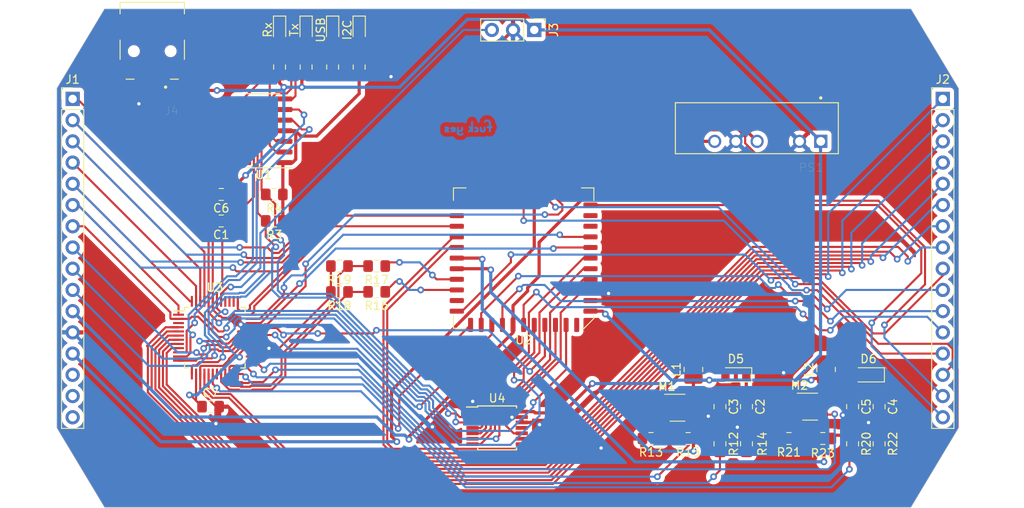
<source format=kicad_pcb>
(kicad_pcb (version 20221018) (generator pcbnew)
  (layers (0 "F.Cu" signal) (31 "B.Cu" signal) (34 "B.Paste" user) (35 "F.Paste" user) (36 "B.SilkS" user "B.Silkscreen") (37 "F.SilkS" user "F.Silkscreen") (38 "B.Mask" user) (39 "F.Mask" user) (44 "Edge.Cuts" user))
  (net 0 "")
  (net 1 "GND")
  (net 2 "Net-(C1-Pad1)")
  (net 3 "ZXLD1_VOUT")
  (net 4 "ZXLD1_EN")
  (net 5 "ZXLD2_VOUT")
  (net 6 "ZXLD2_EN")
  (net 7 "Net-(D1-Pad2)")
  (net 8 "Net-(D1-Pad1)")
  (net 9 "Net-(D2-Pad2)")
  (net 10 "Net-(D2-Pad1)")
  (net 11 "Net-(D3-Pad2)")
  (net 12 "Net-(D3-Pad1)")
  (net 13 "Net-(D4-Pad2)")
  (net 14 "Net-(D4-Pad1)")
  (net 15 "Net-(D5-Pad2)")
  (net 16 "Net-(D6-Pad2)")
  (net 17 "63")
  (net 18 "31")
  (net 19 "1")
  (net 20 "-9V")
  (net 21 "+9V")
  (net 22 "STROBE")
  (net 23 "RESET")
  (net 24 "DATA")
  (net 25 "AY2")
  (net 26 "AY1")
  (net 27 "AY0")
  (net 28 "AX3")
  (net 29 "AX2")
  (net 30 "AX1")
  (net 31 "AX0")
  (net 32 "56")
  (net 33 "48")
  (net 34 "40")
  (net 35 "32")
  (net 36 "24")
  (net 37 "16")
  (net 38 "8")
  (net 39 "0")
  (net 40 "CS_H")
  (net 41 "CS_G")
  (net 42 "CS_F")
  (net 43 "CS_E")
  (net 44 "CS_D")
  (net 45 "CS_C")
  (net 46 "CS_B")
  (net 47 "CS_A")
  (net 48 "Net-(J3-Pad3)")
  (net 49 "Net-(M1-Pad3)")
  (net 50 "Net-(M2-Pad3)")
  (net 51 "+5V")
  (net 52 "I2C_SCL")
  (net 53 "I2C_SDA")
  (net 54 "ZXLD1_SENSE")
  (net 55 "VDIV_0")
  (net 56 "X0_ADC")
  (net 57 "VDIV_1")
  (net 58 "X1_ADC")
  (net 59 "VREF_ADC_BIAS")
  (net 60 "ZXLD2_SENSE")
  (net 61 "USB_D+")
  (net 62 "USB_D-")
  (net 63 "USB_Tx")
  (net 64 "USB_Rx")
  (net 65 "CS_I")
  (net 66 "POT0_A")
  (net 67 "POT0_W")
  (net 68 "PF2")
  (net 69 "PF3")
  (net 70 "PF1")
  (net 71 "PF0")
  (net 72 "POT1_B")
  (net 73 "POT1_W")
  (net 74 "POT1_A")
  (net 75 "POT0_B")
  (net 76 "Net-(U3-Pad40)")
  (net 77 "Net-(U3-Pad39)")
  (net 78 "Net-(U3-Pad38)")
  (net 79 "Net-(U3-Pad33)")
  (net 80 "Net-(U3-Pad26)")
  (net 81 "Net-(U3-Pad19)")
  (net 82 "Net-(U3-Pad3)")
  (net 83 "Net-(U4-Pad11)")
  (net 84 "Net-(J4-Pad4)")
  (footprint "Capacitor_SMD:C_0805_2012Metric_Pad1.15x1.40mm_HandSolder" (layer "F.Cu") (at 55.88 53.34 180)
    (fp_text reference "C1")
    (fp_text value "1uF")
  )
  (footprint "Capacitor_SMD:C_0805_2012Metric_Pad1.15x1.40mm_HandSolder" (layer "F.Cu") (at 118.745 75.565 -90)
    (fp_text reference "C2")
    (fp_text value "10uF")
  )
  (footprint "Capacitor_SMD:C_0805_2012Metric_Pad1.15x1.40mm_HandSolder" (layer "F.Cu") (at 115.57 75.565 -90)
    (fp_text reference "C3")
    (fp_text value "4.7uF")
  )
  (footprint "Capacitor_SMD:C_0805_2012Metric_Pad1.15x1.40mm_HandSolder" (layer "F.Cu") (at 134.62 75.565 -90)
    (fp_text reference "C4")
    (fp_text value "10uF")
  )
  (footprint "Capacitor_SMD:C_0805_2012Metric_Pad1.15x1.40mm_HandSolder" (layer "F.Cu") (at 131.445 75.565 -90)
    (fp_text reference "C5")
    (fp_text value "4.7uF")
  )
  (footprint "Diode_SMD:D_0603_1608Metric_Pad1.05x0.95mm_HandSolder" (layer "F.Cu") (at 62.865 30.48 -90)
    (fp_text reference "D1" hide)
    (fp_text value "Rx")
  )
  (footprint "Diode_SMD:D_0603_1608Metric_Pad1.05x0.95mm_HandSolder" (layer "F.Cu") (at 66.04 30.48 -90)
    (fp_text reference "D2" hide)
    (fp_text value "Tx")
  )
  (footprint "Diode_SMD:D_0603_1608Metric_Pad1.05x0.95mm_HandSolder" (layer "F.Cu") (at 69.215 30.48 -90)
    (fp_text reference "D3" hide)
    (fp_text value "USB")
  )
  (footprint "Diode_SMD:D_0603_1608Metric_Pad1.05x0.95mm_HandSolder" (layer "F.Cu") (at 72.39 30.48 -90)
    (fp_text reference "D4" hide)
    (fp_text value "I2C")
  )
  (footprint "Diode_SMD:D_SOD-323_HandSoldering" (layer "F.Cu") (at 117.475 71.755 180)
    (fp_text reference "D5")
    (fp_text value "D_Schottky_Small")
  )
  (footprint "Diode_SMD:D_SOD-323_HandSoldering" (layer "F.Cu") (at 133.35 71.755 180)
    (fp_text reference "D6")
    (fp_text value "D_Schottky_Small")
  )
  (footprint "Connector_PinHeader_2.54mm:PinHeader_1x16_P2.54mm_Vertical" (layer "F.Cu") (at 38.1 38.735)
    (fp_text reference "J1")
    (fp_text value "Address_Control_Power")
  )
  (footprint "Connector_PinHeader_2.54mm:PinHeader_1x16_P2.54mm_Vertical" (layer "F.Cu") (at 142.24 38.735)
    (fp_text reference "J2")
    (fp_text value "Chip_Select_Measurement")
  )
  (footprint "Connector_PinHeader_2.54mm:PinHeader_1x03_P2.54mm_Vertical" (layer "F.Cu") (at 93.345 30.48 -90)
    (fp_text reference "J3")
    (fp_text value "UPDI")
  )
  (footprint "Inductor_SMD:L_1008_2520Metric" (layer "F.Cu") (at 112.395 71.12 90)
    (fp_text reference "L1")
    (fp_text value "10uH")
  )
  (footprint "Inductor_SMD:L_1008_2520Metric" (layer "F.Cu") (at 128.27 71.12 90)
    (fp_text reference "L2")
    (fp_text value "10uH")
  )
  (footprint "Package_TO_SOT_SMD:SOT-23-5_HandSoldering" (layer "F.Cu") (at 110.49 75.692)
    (fp_text reference "M1")
    (fp_text value "ZXLD1615")
  )
  (footprint "Package_TO_SOT_SMD:SOT-23-5_HandSoldering" (layer "F.Cu") (at 126.365 75.565)
    (fp_text reference "M2")
    (fp_text value "ZXLD1615")
  )
  (footprint "DPU01L-05:CONV_DPU01L-05" (layer "F.Cu") (at 127.635 43.815 180)
    (fp_text reference "PS1")
    (fp_text value "DPU01L-05")
  )
  (footprint "Resistor_SMD:R_0805_2012Metric_Pad1.15x1.40mm_HandSolder" (layer "F.Cu") (at 62.865 34.925 90)
    (fp_text reference "R1" hide)
    (fp_text value "220R")
  )
  (footprint "Resistor_SMD:R_0805_2012Metric_Pad1.15x1.40mm_HandSolder" (layer "F.Cu") (at 66.04 34.925 90)
    (fp_text reference "R2" hide)
    (fp_text value "220R")
  )
  (footprint "Resistor_SMD:R_0805_2012Metric_Pad1.15x1.40mm_HandSolder" (layer "F.Cu") (at 62.23 53.34 180)
    (fp_text reference "R3")
    (fp_text value "10K")
  )
  (footprint "Resistor_SMD:R_0805_2012Metric_Pad1.15x1.40mm_HandSolder" (layer "F.Cu") (at 62.23 50.165 180)
    (fp_text reference "R4")
    (fp_text value "10K")
  )
  (footprint "Resistor_SMD:R_0805_2012Metric_Pad1.15x1.40mm_HandSolder" (layer "F.Cu") (at 69.215 34.925 90)
    (fp_text reference "R5" hide)
    (fp_text value "220R")
  )
  (footprint "Capacitor_SMD:C_0805_2012Metric_Pad1.15x1.40mm_HandSolder" (layer "F.Cu") (at 55.88 50.165 180)
    (fp_text reference "C6")
    (fp_text value "10uF")
  )
  (footprint "Capacitor_SMD:C_0805_2012Metric_Pad1.15x1.40mm_HandSolder" (layer "F.Cu") (at 54.61 75.565)
    (fp_text reference "C7")
    (fp_text value "10uF")
  )
  (footprint "Resistor_SMD:R_0805_2012Metric_Pad1.15x1.40mm_HandSolder" (layer "F.Cu") (at 72.39 34.925 90)
    (fp_text reference "R11" hide)
    (fp_text value "220R")
  )
  (footprint "Resistor_SMD:R_0805_2012Metric_Pad1.15x1.40mm_HandSolder" (layer "F.Cu") (at 115.57 80.01 -90)
    (fp_text reference "R12")
    (fp_text value "56.2K")
  )
  (footprint "Resistor_SMD:R_0805_2012Metric_Pad1.15x1.40mm_HandSolder" (layer "F.Cu") (at 107.315 79.375)
    (fp_text reference "R13")
    (fp_text value "91K")
  )
  (footprint "Resistor_SMD:R_0805_2012Metric_Pad1.15x1.40mm_HandSolder" (layer "F.Cu") (at 118.745 80.01 90)
    (fp_text reference "R14")
    (fp_text value "14K")
  )
  (footprint "Resistor_SMD:R_0805_2012Metric_Pad1.15x1.40mm_HandSolder" (layer "F.Cu") (at 111.76 79.375)
    (fp_text reference "R15")
    (fp_text value "1M")
  )
  (footprint "Resistor_SMD:R_0805_2012Metric_Pad1.15x1.40mm_HandSolder" (layer "F.Cu") (at 74.4855 61.8236 180)
    (fp_text reference "R16")
    (fp_text value "56.2K")
  )
  (footprint "Resistor_SMD:R_0805_2012Metric_Pad1.15x1.40mm_HandSolder" (layer "F.Cu") (at 74.4855 58.7375 180)
    (fp_text reference "R17")
    (fp_text value "56.2K")
  )
  (footprint "Resistor_SMD:R_0805_2012Metric_Pad1.15x1.40mm_HandSolder" (layer "F.Cu") (at 70.0278 61.8363 180)
    (fp_text reference "R18")
    (fp_text value "14K")
  )
  (footprint "Resistor_SMD:R_0805_2012Metric_Pad1.15x1.40mm_HandSolder" (layer "F.Cu") (at 70.029799 58.740439 180)
    (fp_text reference "R19")
    (fp_text value "14K")
  )
  (footprint "Resistor_SMD:R_0805_2012Metric_Pad1.15x1.40mm_HandSolder" (layer "F.Cu") (at 131.445 80.01 -90)
    (fp_text reference "R20")
    (fp_text value "56.2K")
  )
  (footprint "Resistor_SMD:R_0805_2012Metric_Pad1.15x1.40mm_HandSolder" (layer "F.Cu") (at 123.825 79.375)
    (fp_text reference "R21")
    (fp_text value "91K")
  )
  (footprint "Resistor_SMD:R_0805_2012Metric_Pad1.15x1.40mm_HandSolder" (layer "F.Cu") (at 134.62 80.01 90)
    (fp_text reference "R22")
    (fp_text value "14K")
  )
  (footprint "Resistor_SMD:R_0805_2012Metric_Pad1.15x1.40mm_HandSolder" (layer "F.Cu") (at 127.88 79.375)
    (fp_text reference "R23")
    (fp_text value "1M")
  )
  (footprint "Package_SO:SOIC-14_3.9x8.7mm_P1.27mm" (layer "F.Cu") (at 60.96 42.545 180)
    (fp_text reference "U1")
    (fp_text value "MCP2221A-I_SL")
  )
  (footprint "Package_LCC:PLCC-44_16.6x16.6mm_P1.27mm" (layer "F.Cu") (at 92.075 57.785 180)
    (fp_text reference "U2")
    (fp_text value "MT8816AP")
  )
  (footprint "Package_QFP:TQFP-48_7x7mm_P0.5mm" (layer "F.Cu") (at 55.118 67.31)
    (fp_text reference "U3")
    (fp_text value "ATmega4809-A")
  )
  (footprint "Package_SO:TSSOP-14_4.4x5mm_P0.65mm" (layer "F.Cu") (at 88.9 78.105)
    (fp_text reference "U4")
    (fp_text value "MCP4661-104E_ST")
  )
  (footprint "10033526-N3212LF:AMPHENOL_10033526-N3212LF" (layer "F.Cu") (at 47.625 33.02 180)
    (fp_text reference "J4")
    (fp_text value "USB_B_Mini")
  )
  (gr_line (start 41.91 87.63) (end 43.18 87.63) (stroke (width 0.05)) (layer "Edge.Cuts"))
  (gr_line (start 36.195 37.465) (end 41.91 27.94) (stroke (width 0.05)) (layer "Edge.Cuts"))
  (gr_line (start 138.43 27.94) (end 144.145 37.465) (stroke (width 0.05)) (layer "Edge.Cuts"))
  (gr_line (start 41.91 27.94) (end 43.18 27.94) (stroke (width 0.05)) (layer "Edge.Cuts"))
  (gr_line (start 43.18 27.94) (end 138.43 27.94) (stroke (width 0.05)) (layer "Edge.Cuts"))
  (gr_line (start 144.145 37.465) (end 144.145 78.105) (stroke (width 0.05)) (layer "Edge.Cuts"))
  (gr_line (start 36.195 37.465) (end 36.195 78.105) (stroke (width 0.05)) (layer "Edge.Cuts"))
  (gr_line (start 36.195 78.105) (end 41.91 87.63) (stroke (width 0.05)) (layer "Edge.Cuts"))
  (gr_line (start 43.18 87.63) (end 138.43 87.63) (stroke (width 0.05)) (layer "Edge.Cuts"))
  (gr_line (start 138.43 87.63) (end 144.145 78.105) (stroke (width 0.05)) (layer "Edge.Cuts"))
  (segment (start 94.5134 37.5666) (end 94.5134 37.5158) (width 0.25) (layer "F.Cu") (net 0))
  (segment (start 94.1832 37.846) (end 94.4372 37.846) (width 0.25) (layer "F.Cu") (net 0))
  (segment (start 89.916 37.846) (end 89.916 37.3634) (width 0.25) (layer "F.Cu") (net 0))
  (segment (start 89.916 36.7792) (end 90.1192 36.576) (width 0.25) (layer "F.Cu") (net 0))
  (segment (start 91.3892 37.7952) (end 91.4654 37.8714) (width 0.25) (layer "F.Cu") (net 0))
  (segment (start 94.107 37.7698) (end 94.1832 37.846) (width 0.25) (layer "F.Cu") (net 0))
  (segment (start 90.9828 37.7698) (end 91.0082 37.7444) (width 0.25) (layer "F.Cu") (net 0))
  (segment (start 95.2246 37.8206) (end 95.1738 37.8714) (width 0.25) (layer "F.Cu") (net 0))
  (segment (start 89.916 37.3634) (end 89.7128 37.3634) (width 0.25) (layer "F.Cu") (net 0))
  (segment (start 92.1512 37.5666) (end 92.0496 37.6682) (width 0.25) (layer "F.Cu") (net 0))
  (segment (start 93.7514 37.8206) (end 93.7514 37.4396) (width 0.25) (layer "F.Cu") (net 0))
  (segment (start 94.2594 37.5666) (end 94.5134 37.5666) (width 0.25) (layer "F.Cu") (net 0))
  (segment (start 90.551 37.4396) (end 90.551 37.6428) (width 0.25) (layer "F.Cu") (net 0))
  (segment (start 95.1738 37.8714) (end 94.869 37.8714) (width 0.25) (layer "F.Cu") (net 0))
  (segment (start 89.916 37.3634) (end 89.916 36.957) (width 0.25) (layer "F.Cu") (net 0))
  (segment (start 94.8944 37.5158) (end 95.0468 37.6682) (width 0.25) (layer "F.Cu") (net 0))
  (segment (start 91.6686 37.4396) (end 91.5162 37.4396) (width 0.25) (layer "F.Cu") (net 0))
  (segment (start 91.3892 37.5666) (end 91.3892 37.7952) (width 0.25) (layer "F.Cu") (net 0))
  (segment (start 89.916 37.3634) (end 90.1954 37.3634) (width 0.25) (layer "F.Cu") (net 0))
  (segment (start 90.551 37.6428) (end 90.551 37.7444) (width 0.25) (layer "F.Cu") (net 0))
  (segment (start 90.8812 37.8714) (end 90.9828 37.7698) (width 0.25) (layer "F.Cu") (net 0))
  (segment (start 94.2086 37.4396) (end 94.107 37.5412) (width 0.25) (layer "F.Cu") (net 0))
  (segment (start 93.2434 37.6682) (end 93.3958 37.8206) (width 0.25) (layer "F.Cu") (net 0))
  (segment (start 93.2942 38.2524) (end 93.218 38.1762) (width 0.25) (layer "F.Cu") (net 0))
  (segment (start 90.6526 37.846) (end 90.678 37.8714) (width 0.25) (layer "F.Cu") (net 0))
  (segment (start 94.996 37.4142) (end 94.8944 37.5158) (width 0.25) (layer "F.Cu") (net 0))
  (segment (start 95.2246 37.4142) (end 94.996 37.4142) (width 0.25) (layer "F.Cu") (net 0))
  (segment (start 94.107 37.5412) (end 94.107 37.7698) (width 0.25) (layer "F.Cu") (net 0))
  (segment (start 93.218 38.1762) (end 93.218 38.1508) (width 0.25) (layer "F.Cu") (net 0))
  (segment (start 92.0496 37.8714) (end 92.0496 36.7538) (width 0.25) (layer "F.Cu") (net 0))
  (segment (start 90.551 37.7444) (end 90.6526 37.846) (width 0.25) (layer "F.Cu") (net 0))
  (segment (start 94.5134 37.5158) (end 94.4372 37.4396) (width 0.25) (layer "F.Cu") (net 0))
  (segment (start 92.1512 37.6174) (end 92.4306 37.8968) (width 0.25) (layer "F.Cu") (net 0))
  (segment (start 93.3958 37.8206) (end 93.7514 37.8206) (width 0.25) (layer "F.Cu") (net 0))
  (segment (start 93.6244 38.2524) (end 93.2942 38.2524) (width 0.25) (layer "F.Cu") (net 0))
  (segment (start 94.4372 37.4396) (end 94.2086 37.4396) (width 0.25) (layer "F.Cu") (net 0))
  (segment (start 93.7514 38.1254) (end 93.6244 38.2524) (width 0.25) (layer "F.Cu") (net 0))
  (segment (start 90.678 37.8714) (end 90.8812 37.8714) (width 0.25) (layer "F.Cu") (net 0))
  (segment (start 92.1512 37.5666) (end 92.1512 37.6174) (width 0.25) (layer "F.Cu") (net 0))
  (segment (start 89.916 36.957) (end 89.916 36.7792) (width 0.25) (layer "F.Cu") (net 0))
  (segment (start 91.0082 37.7444) (end 91.0082 37.4396) (width 0.25) (layer "F.Cu") (net 0))
  (segment (start 92.0496 37.6682) (end 92.0496 37.8714) (width 0.25) (layer "F.Cu") (net 0))
  (segment (start 91.4654 37.8714) (end 91.6686 37.8714) (width 0.25) (layer "F.Cu") (net 0))
  (segment (start 95.1738 37.6682) (end 95.2246 37.719) (width 0.25) (layer "F.Cu") (net 0))
  (segment (start 91.5162 37.4396) (end 91.3892 37.5666) (width 0.25) (layer "F.Cu") (net 0))
  (segment (start 94.4372 37.846) (end 94.4626 37.846) (width 0.25) (layer "F.Cu") (net 0))
  (segment (start 92.3544 37.3634) (end 92.1512 37.5666) (width 0.25) (layer "F.Cu") (net 0))
  (segment (start 95.2246 37.719) (end 95.2246 37.8206) (width 0.25) (layer "F.Cu") (net 0))
  (segment (start 90.1192 36.576) (end 90.3732 36.576) (width 0.25) (layer "F.Cu") (net 0))
  (segment (start 93.2434 37.4396) (end 93.2434 37.6682) (width 0.25) (layer "F.Cu") (net 0))
  (segment (start 95.0468 37.6682) (end 95.1738 37.6682) (width 0.25) (layer "F.Cu") (net 0))
  (segment (start 93.7514 37.8206) (end 93.7514 38.1254) (width 0.25) (layer "F.Cu") (net 0))
  (segment (start 90.3732 36.576) (end 90.5002 36.703) (width 0.25) (layer "F.Cu") (net 0))
  (segment (start 83.439 42.2656) (end 83.5152 42.1894) (width 0.25) (layer "B.Cu") (net 0))
  (segment (start 84.201 42.5704) (end 84.201 42.1894) (width 0.25) (layer "B.Cu") (net 0))
  (segment (start 87.5792 41.3258) (end 87.4522 41.4528) (width 0.25) (layer "B.Cu") (net 0))
  (segment (start 87.4014 42.1894) (end 87.4014 42.3926) (width 0.25) (layer "B.Cu") (net 0))
  (segment (start 86.9442 42.4942) (end 86.9442 42.1894) (width 0.25) (layer "B.Cu") (net 0))
  (segment (start 87.0712 42.6212) (end 86.9696 42.5196) (width 0.25) (layer "B.Cu") (net 0))
  (segment (start 85.8012 42.3164) (end 85.8012 42.3672) (width 0.25) (layer "B.Cu") (net 0))
  (segment (start 85.8012 42.3672) (end 85.5218 42.6466) (width 0.25) (layer "B.Cu") (net 0))
  (segment (start 85.8012 42.3164) (end 85.9028 42.418) (width 0.25) (layer "B.Cu") (net 0))
  (segment (start 85.598 42.1132) (end 85.8012 42.3164) (width 0.25) (layer "B.Cu") (net 0))
  (segment (start 86.2838 42.1894) (end 86.4362 42.1894) (width 0.25) (layer "B.Cu") (net 0))
  (segment (start 86.5632 42.3164) (end 86.5632 42.545) (width 0.25) (layer "B.Cu") (net 0))
  (segment (start 86.5632 42.545) (end 86.487 42.6212) (width 0.25) (layer "B.Cu") (net 0))
  (segment (start 86.4362 42.1894) (end 86.5632 42.3164) (width 0.25) (layer "B.Cu") (net 0))
  (segment (start 86.487 42.6212) (end 86.2838 42.6212) (width 0.25) (layer "B.Cu") (net 0))
  (segment (start 83.439 42.3164) (end 83.439 42.2656) (width 0.25) (layer "B.Cu") (net 0))
  (segment (start 87.4014 42.3926) (end 87.4014 42.4942) (width 0.25) (layer "B.Cu") (net 0))
  (segment (start 83.8454 42.291) (end 83.8454 42.5196) (width 0.25) (layer "B.Cu") (net 0))
  (segment (start 83.5152 42.1894) (end 83.7438 42.1894) (width 0.25) (layer "B.Cu") (net 0))
  (segment (start 83.693 42.3164) (end 83.439 42.3164) (width 0.25) (layer "B.Cu") (net 0))
  (segment (start 83.5152 42.5958) (end 83.4898 42.5958) (width 0.25) (layer "B.Cu") (net 0))
  (segment (start 87.8332 41.3258) (end 87.5792 41.3258) (width 0.25) (layer "B.Cu") (net 0))
  (segment (start 87.4014 42.4942) (end 87.2998 42.5958) (width 0.25) (layer "B.Cu") (net 0))
  (segment (start 88.0364 42.1132) (end 87.757 42.1132) (width 0.25) (layer "B.Cu") (net 0))
  (segment (start 88.0364 42.1132) (end 88.0364 41.7068) (width 0.25) (layer "B.Cu") (net 0))
  (segment (start 88.0364 41.529) (end 87.8332 41.3258) (width 0.25) (layer "B.Cu") (net 0))
  (segment (start 88.0364 42.5958) (end 88.0364 42.1132) (width 0.25) (layer "B.Cu") (net 0))
  (segment (start 87.2998 42.5958) (end 87.2744 42.6212) (width 0.25) (layer "B.Cu") (net 0))
  (segment (start 82.7278 42.4688) (end 82.7278 42.5704) (width 0.25) (layer "B.Cu") (net 0))
  (segment (start 83.058 42.2656) (end 82.9056 42.418) (width 0.25) (layer "B.Cu") (net 0))
  (segment (start 87.2744 42.6212) (end 87.0712 42.6212) (width 0.25) (layer "B.Cu") (net 0))
  (segment (start 82.7278 42.164) (end 82.9564 42.164) (width 0.25) (layer "B.Cu") (net 0))
  (segment (start 82.7278 42.5704) (end 82.7786 42.6212) (width 0.25) (layer "B.Cu") (net 0))
  (segment (start 82.9564 42.164) (end 83.058 42.2656) (width 0.25) (layer "B.Cu") (net 0))
  (segment (start 82.9056 42.418) (end 82.7786 42.418) (width 0.25) (layer "B.Cu") (net 0))
  (segment (start 82.7786 42.6212) (end 83.0834 42.6212) (width 0.25) (layer "B.Cu") (net 0))
  (segment (start 82.7786 42.418) (end 82.7278 42.4688) (width 0.25) (layer "B.Cu") (net 0))
  (segment (start 85.9028 42.6212) (end 85.9028 41.5036) (width 0.25) (layer "B.Cu") (net 0))
  (segment (start 85.9028 42.418) (end 85.9028 42.6212) (width 0.25) (layer "B.Cu") (net 0))
  (segment (start 88.0364 42.1132) (end 88.2396 42.1132) (width 0.25) (layer "B.Cu") (net 0))
  (segment (start 83.8454 42.5196) (end 83.7692 42.5958) (width 0.25) (layer "B.Cu") (net 0))
  (segment (start 83.7692 42.5958) (end 83.5152 42.5958) (width 0.25) (layer "B.Cu") (net 0))
  (segment (start 84.709 42.1894) (end 84.709 42.418) (width 0.25) (layer "B.Cu") (net 0))
  (segment (start 84.7344 42.926) (end 84.7344 42.9006) (width 0.25) (layer "B.Cu") (net 0))
  (segment (start 84.328 43.0022) (end 84.6582 43.0022) (width 0.25) (layer "B.Cu") (net 0))
  (segment (start 84.6582 43.0022) (end 84.7344 42.926) (width 0.25) (layer "B.Cu") (net 0))
  (segment (start 84.709 42.418) (end 84.5566 42.5704) (width 0.25) (layer "B.Cu") (net 0))
  (segment (start 84.5566 42.5704) (end 84.201 42.5704) (width 0.25) (layer "B.Cu") (net 0))
  (segment (start 84.201 42.5704) (end 84.201 42.8752) (width 0.25) (layer "B.Cu") (net 0))
  (segment (start 84.201 42.8752) (end 84.328 43.0022) (width 0.25) (layer "B.Cu") (net 0))
  (segment (start 83.7438 42.1894) (end 83.8454 42.291) (width 0.25) (layer "B.Cu") (net 0))
  (segment (start 86.9696 42.5196) (end 86.9442 42.4942) (width 0.25) (layer "B.Cu") (net 0))
  (segment (start 88.0364 41.7068) (end 88.0364 41.529) (width 0.25) (layer "B.Cu") (net 0))
  (segment (start 118.745 76.92795) (end 117.648475 78.024475) (width 0.381) (layer "F.Cu") (net 1))
  (segment (start 58.59571 68.06) (end 56.795399 69.860311) (width 0.25) (layer "F.Cu") (net 1))
  (segment (start 61.595 68.58) (end 61.075 68.06) (width 0.25) (layer "F.Cu") (net 1))
  (segment (start 56.00352 64.935014) (end 57.417987 64.935014) (width 0.25) (layer "F.Cu") (net 1))
  (segment (start 100.075 62.865) (end 101.38765 62.865) (width 0.381) (layer "F.Cu") (net 1))
  (segment (start 134.62 76.59) (end 134.62 78.985) (width 0.381) (layer "F.Cu") (net 1))
  (segment (start 85.979 74.93) (end 83.381998 74.93) (width 0.381) (layer "F.Cu") (net 1))
  (segment (start 54.855 49.985) (end 54.855 50.165) (width 0.381) (layer "F.Cu") (net 1))
  (segment (start 85.979 76.126) (end 85.95 76.155) (width 0.381) (layer "F.Cu") (net 1))
  (segment (start 123.854 75.565) (end 125.015 75.565) (width 0.381) (layer "F.Cu") (net 1))
  (segment (start 85.979 74.93) (end 85.979 76.126) (width 0.381) (layer "F.Cu") (net 1))
  (segment (start 53.368 73.685082) (end 53.368 71.66) (width 0.25) (layer "F.Cu") (net 1))
  (segment (start 93.711 77.455) (end 91.85 77.455) (width 0.381) (layer "F.Cu") (net 1))
  (segment (start 46.025 39.319) (end 46.025 41.58) (width 0.381) (layer "F.Cu") (net 1))
  (segment (start 106.29 77.381) (end 106.29 79.375) (width 0.381) (layer "F.Cu") (net 1))
  (segment (start 61.075 68.06) (end 59.468 68.06) (width 0.25) (layer "F.Cu") (net 1))
  (segment (start 130.804499 77.230501) (end 131.445 76.59) (width 0.381) (layer "F.Cu") (net 1))
  (segment (start 87.122 76.441998) (end 86.835002 76.155) (width 0.25) (layer "F.Cu") (net 1))
  (segment (start 85.217 36.068) (end 76.2 36.068) (width 0.381) (layer "F.Cu") (net 1))
  (segment (start 126.176 75.565) (end 126.185501 75.574501) (width 0.381) (layer "F.Cu") (net 1))
  (segment (start 54.855 53.34) (end 54.855 50.165) (width 0.25) (layer "F.Cu") (net 1))
  (segment (start 46.025 41.58) (end 50.8 46.355) (width 0.381) (layer "F.Cu") (net 1))
  (segment (start 110.310501 75.701501) (end 110.301 75.692) (width 0.381) (layer "F.Cu") (net 1))
  (segment (start 105.784489 42.425511) (end 98.425 49.785) (width 0.381) (layer "F.Cu") (net 1))
  (segment (start 122.41 78.985) (end 122.8 79.375) (width 0.381) (layer "F.Cu") (net 1))
  (segment (start 131.445 76.59) (end 131.445 76.581) (width 0.381) (layer "F.Cu") (net 1))
  (segment (start 46.025 35.695) (end 46.025 39.319) (width 0.381) (layer "F.Cu") (net 1))
  (segment (start 126.622599 77.230501) (end 130.804499 77.230501) (width 0.381) (layer "F.Cu") (net 1))
  (segment (start 83.381998 74.93) (end 81.441999 76.869999) (width 0.381) (layer "F.Cu") (net 1))
  (segment (start 90.678 76.835) (end 91.82 76.835) (width 0.381) (layer "F.Cu") (net 1))
  (segment (start 87.122 77.908) (end 87.122 76.441998) (width 0.25) (layer "F.Cu") (net 1))
  (segment (start 126.185501 75.574501) (end 126.185501 76.793403) (width 0.381) (layer "F.Cu") (net 1))
  (segment (start 110.310501 76.862501) (end 110.310501 75.701501) (width 0.381) (layer "F.Cu") (net 1))
  (segment (start 53.482999 70.684999) (end 53.368 70.799998) (width 0.25) (layer "F.Cu") (net 1))
  (segment (start 54.868 62.96) (end 54.868 53.353) (width 0.25) (layer "F.Cu") (net 1))
  (segment (start 56.094352 70.684999) (end 53.482999 70.684999) (width 0.25) (layer "F.Cu") (net 1))
  (segment (start 86.925 78.105) (end 87.122 77.908) (width 0.25) (layer "F.Cu") (net 1))
  (segment (start 118.745 76.59) (end 118.745 76.92795) (width 0.381) (layer "F.Cu") (net 1))
  (segment (start 102.489 79.375) (end 101.346 80.518) (width 0.381) (layer "F.Cu") (net 1))
  (segment (start 86.835002 76.155) (end 85.95 76.155) (width 0.25) (layer "F.Cu") (net 1))
  (segment (start 55.247918 75.565) (end 53.368 73.685082) (width 0.25) (layer "F.Cu") (net 1))
  (segment (start 53.368 70.799998) (end 53.368 71.66) (width 0.25) (layer "F.Cu") (net 1))
  (segment (start 56.795399 69.860311) (end 56.795399 69.983952) (width 0.25) (layer "F.Cu") (net 1))
  (segment (start 54.868 63.956413) (end 55.628576 64.716989) (width 0.25) (layer "F.Cu") (net 1))
  (segment (start 123.19 71.501) (end 123.19 74.901) (width 0.381) (layer "F.Cu") (net 1))
  (segment (start 118.745 76.59) (end 118.745 78.985) (width 0.381) (layer "F.Cu") (net 1))
  (segment (start 81.441999 76.869999) (end 81.441999 77.689001) (width 0.381) (layer "F.Cu") (net 1))
  (segment (start 110.301 75.692) (end 109.14 75.692) (width 0.381) (layer "F.Cu") (net 1))
  (segment (start 50.8 46.355) (end 58.485 46.355) (width 0.381) (layer "F.Cu") (net 1))
  (segment (start 118.745 78.985) (end 122.41 78.985) (width 0.381) (layer "F.Cu") (net 1))
  (segment (start 81.441999 77.689001) (end 81.153 77.978) (width 0.381) (layer "F.Cu") (net 1))
  (segment (start 117.475 43.815) (end 116.085511 42.425511) (width 0.381) (layer "F.Cu") (net 1))
  (segment (start 107.979 75.692) (end 106.29 77.381) (width 0.381) (layer "F.Cu") (net 1))
  (segment (start 57.417987 64.935014) (end 58.217996 65.735023) (width 0.25) (layer "F.Cu") (net 1))
  (segment (start 54.868 53.353) (end 54.855 53.34) (width 0.25) (layer "F.Cu") (net 1))
  (segment (start 133.35 77.47) (end 133.74 77.47) (width 0.381) (layer "F.Cu") (net 1))
  (segment (start 123.19 74.901) (end 123.854 75.565) (width 0.381) (layer "F.Cu") (net 1))
  (segment (start 93.98 77.724) (end 93.711 77.455) (width 0.381) (layer "F.Cu") (net 1))
  (segment (start 116.085511 42.425511) (end 105.784489 42.425511) (width 0.381) (layer "F.Cu") (net 1))
  (segment (start 91.85 76.805) (end 91.85 77.455) (width 0.25) (layer "F.Cu") (net 1))
  (segment (start 58.485 46.355) (end 54.855 49.985) (width 0.381) (layer "F.Cu") (net 1))
  (segment (start 55.245 77.597) (end 55.245 75.955) (width 0.381) (layer "F.Cu") (net 1))
  (segment (start 122.8 76.619) (end 122.8 79.375) (width 0.381) (layer "F.Cu") (net 1))
  (segment (start 54.868 62.96) (end 54.868 63.956413) (width 0.25) (layer "F.Cu") (net 1))
  (segment (start 115.57 76.59) (end 114.802499 77.357501) (width 0.381) (layer "F.Cu") (net 1))
  (segment (start 90.805 30.48) (end 85.217 36.068) (width 0.381) (layer "F.Cu") (net 1))
  (segment (start 55.245 75.955) (end 55.635 75.565) (width 0.381) (layer "F.Cu") (net 1))
  (segment (start 56.795399 69.983952) (end 56.094352 70.684999) (width 0.25) (layer "F.Cu") (net 1))
  (segment (start 114.173 76.708) (end 115.452 76.708) (width 0.381) (layer "F.Cu") (net 1))
  (segment (start 59.468 68.06) (end 58.59571 68.06) (width 0.25) (layer "F.Cu") (net 1))
  (segment (start 114.802499 77.357501) (end 110.805501 77.357501) (width 0.381) (layer "F.Cu") (net 1))
  (segment (start 131.445 76.59) (end 130.306924 76.59) (width 0.25) (layer "F.Cu") (net 1))
  (segment (start 126.185501 76.793403) (end 126.622599 77.230501) (width 0.381) (layer "F.Cu") (net 1))
  (segment (start 125.015 75.565) (end 126.176 75.565) (width 0.381) (layer "F.Cu") (net 1))
  (segment (start 85.95 78.105) (end 86.925 78.105) (width 0.25) (layer "F.Cu") (net 1))
  (segment (start 101.38765 62.865) (end 102.23966 62.01299) (width 0.381) (layer "F.Cu") (net 1))
  (segment (start 55.635 75.565) (end 55.247918 75.565) (width 0.25) (layer "F.Cu") (net 1))
  (segment (start 123.854 75.565) (end 122.8 76.619) (width 0.381) (layer "F.Cu") (net 1))
  (segment (start 106.29 79.375) (end 102.489 79.375) (width 0.381) (layer "F.Cu") (net 1))
  (segment (start 55.785495 64.716989) (end 56.00352 64.935014) (width 0.25) (layer "F.Cu") (net 1))
  (segment (start 55.628576 64.716989) (end 55.785495 64.716989) (width 0.25) (layer "F.Cu") (net 1))
  (segment (start 133.74 77.47) (end 134.62 76.59) (width 0.381) (layer "F.Cu") (net 1))
  (segment (start 109.14 75.692) (end 107.979 75.692) (width 0.381) (layer "F.Cu") (net 1))
  (segment (start 110.805501 77.357501) (end 110.310501 76.862501) (width 0.381) (layer "F.Cu") (net 1))
  (segment (start 91.82 76.835) (end 91.85 76.805) (width 0.381) (layer "F.Cu") (net 1))
  (segment (start 130.306924 76.59) (end 130.298301 76.581377) (width 0.25) (layer "F.Cu") (net 1))
  (segment (start 115.452 76.708) (end 115.57 76.59) (width 0.381) (layer "F.Cu") (net 1))
  (via (at 90.678 76.835) (size 0.8) (drill 0.4) (layers "F.Cu" "B.Cu") (net 1))
  (via (at 76.2 36.068) (size 0.8) (drill 0.4) (layers "F.Cu" "B.Cu") (net 1))
  (via (at 114.173 76.708) (size 0.8) (drill 0.4) (layers "F.Cu" "B.Cu") (net 1))
  (via (at 117.648475 78.024475) (size 0.8) (drill 0.4) (layers "F.Cu" "B.Cu") (net 1))
  (via (at 61.595 68.58) (size 0.8) (drill 0.4) (layers "F.Cu" "B.Cu") (net 1))
  (via (at 55.245 77.597) (size 0.8) (drill 0.4) (layers "F.Cu" "B.Cu") (net 1))
  (via (at 101.346 80.518) (size 0.8) (drill 0.4) (layers "F.Cu" "B.Cu") (net 1))
  (via (at 93.98 77.724) (size 0.8) (drill 0.4) (layers "F.Cu" "B.Cu") (net 1))
  (via (at 123.19 71.501) (size 0.8) (drill 0.4) (layers "F.Cu" "B.Cu") (net 1))
  (via (at 102.23966 62.01299) (size 0.8) (drill 0.4) (layers "F.Cu" "B.Cu") (net 1))
  (via (at 133.35 77.47) (size 0.8) (drill 0.4) (layers "F.Cu" "B.Cu") (net 1))
  (via (at 130.298301 76.581377) (size 0.8) (drill 0.4) (layers "F.Cu" "B.Cu") (net 1))
  (via (at 81.153 77.978) (size 0.8) (drill 0.4) (layers "F.Cu" "B.Cu") (net 1))
  (via (at 46.025 39.319) (size 0.8) (drill 0.4) (layers "F.Cu" "B.Cu") (net 1))
  (via (at 58.217996 65.735023) (size 0.8) (drill 0.4) (layers "F.Cu" "B.Cu") (net 1))
  (via (at 85.979 74.93) (size 0.8) (drill 0.4) (layers "F.Cu" "B.Cu") (net 1))
  (segment (start 114.173 76.708) (end 115.489475 78.024475) (width 0.381) (layer "B.Cu") (net 1))
  (segment (start 76.2 36.068) (end 55.499 36.068) (width 0.381) (layer "B.Cu") (net 1))
  (segment (start 118.999 42.291) (end 117.475 43.815) (width 0.381) (layer "B.Cu") (net 1))
  (segment (start 98.679 77.851) (end 94.107 77.851) (width 0.381) (layer "B.Cu") (net 1))
  (segment (start 81.153 77.978) (end 80.772 77.978) (width 0.25) (layer "B.Cu") (net 1))
  (segment (start 125.553806 62.413599) (end 125.278815 62.138608) (width 0.381) (layer "B.Cu") (net 1))
  (segment (start 123.571 42.291) (end 118.999 42.291) (width 0.381) (layer "B.Cu") (net 1))
  (segment (start 125.095 43.815) (end 126.72375 45.44375) (width 0.381) (layer "B.Cu") (net 1))
  (segment (start 85.979 74.93) (end 88.773 74.93) (width 0.381) (layer "B.Cu") (net 1))
  (segment (start 47.752 37.592) (end 46.025 39.319) (width 0.381) (layer "B.Cu") (net 1))
  (segment (start 80.772 77.978) (end 71.882 69.088) (width 0.25) (layer "B.Cu") (net 1))
  (segment (start 133.35 77.47) (end 131.186924 77.47) (width 0.381) (layer "B.Cu") (net 1))
  (segment (start 55.499 36.068) (end 53.975 37.592) (width 0.381) (layer "B.Cu") (net 1))
  (segment (start 80.772 77.978) (end 71.9455 69.1515) (width 0.381) (layer "B.Cu") (net 1))
  (segment (start 92.583 32.258) (end 90.805 30.48) (width 0.381) (layer "B.Cu") (net 1))
  (segment (start 48.895 77.47) (end 49.022 77.597) (width 0.381) (layer "B.Cu") (net 1))
  (segment (start 71.9455 69.1515) (end 71.882 69.1515) (width 0.381) (layer "B.Cu") (net 1))
  (segment (start 125.095 43.815) (end 113.538 32.258) (width 0.381) (layer "B.Cu") (net 1))
  (segment (start 125.278815 62.138608) (end 102.365278 62.138608) (width 0.381) (layer "B.Cu") (net 1))
  (segment (start 38.1 66.675) (end 48.895 77.47) (width 0.381) (layer "B.Cu") (net 1))
  (segment (start 126.31269 62.413599) (end 125.553806 62.413599) (width 0.381) (layer "B.Cu") (net 1))
  (segment (start 126.31269 68.37831) (end 123.19 71.501) (width 0.381) (layer "B.Cu") (net 1))
  (segment (start 61.595 68.58) (end 58.750023 65.735023) (width 0.381) (layer "B.Cu") (net 1))
  (segment (start 71.9455 69.1515) (end 62.1665 69.1515) (width 0.381) (layer "B.Cu") (net 1))
  (segment (start 94.107 77.851) (end 93.98 77.724) (width 0.381) (layer "B.Cu") (net 1))
  (segment (start 71.882 69.088) (end 62.103 69.088) (width 0.25) (layer "B.Cu") (net 1))
  (segment (start 88.773 74.93) (end 90.678 76.835) (width 0.381) (layer "B.Cu") (net 1))
  (segment (start 126.31269 62.413599) (end 126.31269 68.37831) (width 0.381) (layer "B.Cu") (net 1))
  (segment (start 49.022 77.597) (end 55.245 77.597) (width 0.381) (layer "B.Cu") (net 1))
  (segment (start 131.186924 77.47) (end 130.298301 76.581377) (width 0.381) (layer "B.Cu") (net 1))
  (segment (start 101.346 80.518) (end 98.679 77.851) (width 0.381) (layer "B.Cu") (net 1))
  (segment (start 125.095 43.815) (end 123.571 42.291) (width 0.381) (layer "B.Cu") (net 1))
  (segment (start 115.489475 78.024475) (end 117.648475 78.024475) (width 0.381) (layer "B.Cu") (net 1))
  (segment (start 53.975 37.592) (end 47.752 37.592) (width 0.381) (layer "B.Cu") (net 1))
  (segment (start 126.72375 62.002539) (end 126.31269 62.413599) (width 0.381) (layer "B.Cu") (net 1))
  (segment (start 102.365278 62.138608) (end 102.23966 62.01299) (width 0.381) (layer "B.Cu") (net 1))
  (segment (start 62.1665 69.1515) (end 61.595 68.58) (width 0.381) (layer "B.Cu") (net 1))
  (segment (start 62.103 69.088) (end 61.595 68.58) (width 0.25) (layer "B.Cu") (net 1))
  (segment (start 126.72375 45.44375) (end 126.72375 62.002539) (width 0.381) (layer "B.Cu") (net 1))
  (segment (start 113.538 32.258) (end 92.583 32.258) (width 0.381) (layer "B.Cu") (net 1))
  (segment (start 58.750023 65.735023) (end 58.217996 65.735023) (width 0.381) (layer "B.Cu") (net 1))
  (segment (start 59.12999 43.18999) (end 59.506758 43.18999) (width 0.25) (layer "F.Cu") (net 2))
  (segment (start 59.78501 50.45999) (end 56.905 53.34) (width 0.25) (layer "F.Cu") (net 2))
  (segment (start 58.485 42.545) (end 59.12999 43.18999) (width 0.25) (layer "F.Cu") (net 2))
  (segment (start 59.78501 43.468242) (end 59.78501 50.45999) (width 0.25) (layer "F.Cu") (net 2))
  (segment (start 59.506758 43.18999) (end 59.78501 43.468242) (width 0.25) (layer "F.Cu") (net 2))
  (segment (start 112.395 79.765) (end 112.785 79.375) (width 0.381) (layer "F.Cu") (net 3))
  (segment (start 117.65449 76.90051) (end 117.65449 75.63051) (width 0.381) (layer "F.Cu") (net 3))
  (segment (start 118.725 71.755) (end 118.725 74.52) (width 0.381) (layer "F.Cu") (net 3))
  (segment (start 118.725 74.52) (end 118.745 74.54) (width 0.381) (layer "F.Cu") (net 3))
  (segment (start 112.785 79.375) (end 115.18 79.375) (width 0.381) (layer "F.Cu") (net 3))
  (segment (start 115.18 79.375) (end 115.57 78.985) (width 0.381) (layer "F.Cu") (net 3))
  (segment (start 117.65449 75.63051) (end 118.745 74.54) (width 0.381) (layer "F.Cu") (net 3))
  (segment (start 112.395 80.899) (end 112.395 79.765) (width 0.381) (layer "F.Cu") (net 3))
  (segment (start 84.075 59.055) (end 88.011 59.055) (width 0.381) (layer "F.Cu") (net 3))
  (segment (start 88.011 59.055) (end 88.138 59.182) (width 0.381) (layer "F.Cu") (net 3))
  (segment (start 115.57 78.985) (end 117.65449 76.90051) (width 0.381) (layer "F.Cu") (net 3))
  (via (at 88.138 59.182) (size 0.8) (drill 0.4) (layers "F.Cu" "B.Cu") (net 3))
  (via (at 112.395 80.899) (size 0.8) (drill 0.4) (layers "F.Cu" "B.Cu") (net 3))
  (segment (start 88.138 61.850892) (end 88.138 59.182) (width 0.381) (layer "B.Cu") (net 3))
  (segment (start 107.186108 80.899) (end 88.138 61.850892) (width 0.381) (layer "B.Cu") (net 3))
  (segment (start 112.395 80.899) (end 107.186108 80.899) (width 0.381) (layer "B.Cu") (net 3))
  (segment (start 57.368 71.66) (end 57.368 72.56) (width 0.25) (layer "F.Cu") (net 4))
  (segment (start 57.443001 72.635001) (end 58.353999 72.635001) (width 0.25) (layer "F.Cu") (net 4))
  (segment (start 112.48682 78.08499) (end 115.6632 78.08499) (width 0.25) (layer "F.Cu") (net 4))
  (segment (start 58.353999 72.635001) (end 58.452999 72.734001) (width 0.25) (layer "F.Cu") (net 4))
  (segment (start 111.87949 78.69232) (end 112.48682 78.08499) (width 0.25) (layer "F.Cu") (net 4))
  (segment (start 60.911934 72.621956) (end 62.3769 71.15699) (width 0.25) (layer "F.Cu") (net 4))
  (segment (start 111.84 76.642) (end 113.942 74.54) (width 0.25) (layer "F.Cu") (net 4))
  (segment (start 115.6632 78.08499) (end 116.59501 77.15318) (width 0.25) (layer "F.Cu") (net 4))
  (segment (start 116.59501 77.15318) (end 116.59501 75.56501) (width 0.25) (layer "F.Cu") (net 4))
  (segment (start 111.87949 80.14451) (end 111.87949 78.69232) (width 0.25) (layer "F.Cu") (net 4))
  (segment (start 58.452999 72.734001) (end 59.149001 72.734001) (width 0.25) (layer "F.Cu") (net 4))
  (segment (start 116.59501 75.56501) (end 115.57 74.54) (width 0.25) (layer "F.Cu") (net 4))
  (segment (start 113.942 74.54) (end 115.57 74.54) (width 0.25) (layer "F.Cu") (net 4))
  (segment (start 59.149001 72.734001) (end 59.261046 72.621956) (width 0.25) (layer "F.Cu") (net 4))
  (segment (start 59.261046 72.621956) (end 60.911934 72.621956) (width 0.25) (layer "F.Cu") (net 4))
  (segment (start 108.077 83.947) (end 111.87949 80.14451) (width 0.25) (layer "F.Cu") (net 4))
  (segment (start 57.368 72.56) (end 57.443001 72.635001) (width 0.25) (layer "F.Cu") (net 4))
  (via (at 108.077 83.947) (size 0.8) (drill 0.4) (layers "F.Cu" "B.Cu") (net 4))
  (via (at 62.3769 71.15699) (size 0.8) (drill 0.4) (layers "F.Cu" "B.Cu") (net 4))
  (segment (start 108.077 83.947) (end 85.121548 83.947) (width 0.25) (layer "B.Cu") (net 4))
  (segment (start 85.121548 83.947) (end 72.331538 71.15699) (width 0.25) (layer "B.Cu") (net 4))
  (segment (start 72.331538 71.15699) (end 62.3769 71.15699) (width 0.25) (layer "B.Cu") (net 4))
  (segment (start 132.53551 75.92449) (end 132.53551 77.89449) (width 0.381) (layer "F.Cu") (net 5))
  (segment (start 134.6 74.52) (end 134.62 74.54) (width 0.381) (layer "F.Cu") (net 5))
  (segment (start 84.075 57.785) (end 86.995 57.785) (width 0.381) (layer "F.Cu") (net 5))
  (segment (start 128.016 80.264) (end 128.905 79.375) (width 0.381) (layer "F.Cu") (net 5))
  (segment (start 131.445 78.985) (end 129.295 78.985) (width 0.381) (layer "F.Cu") (net 5))
  (segment (start 134.62 74.54) (end 133.92 74.54) (width 0.381) (layer "F.Cu") (net 5))
  (segment (start 128.016 82.169) (end 128.016 80.264) (width 0.381) (layer "F.Cu") (net 5))
  (segment (start 133.92 74.54) (end 132.53551 75.92449) (width 0.381) (layer "F.Cu") (net 5))
  (segment (start 86.995 57.785) (end 87.122 57.912) (width 0.381) (layer "F.Cu") (net 5))
  (segment (start 132.53551 77.89449) (end 131.445 78.985) (width 0.381) (layer "F.Cu") (net 5))
  (segment (start 129.295 78.985) (end 128.905 79.375) (width 0.381) (layer "F.Cu") (net 5))
  (segment (start 134.6 71.755) (end 134.6 74.52) (width 0.381) (layer "F.Cu") (net 5))
  (via (at 128.016 82.169) (size 0.8) (drill 0.4) (layers "F.Cu" "B.Cu") (net 5))
  (via (at 87.122 57.912) (size 0.8) (drill 0.4) (layers "F.Cu" "B.Cu") (net 5))
  (segment (start 87.122 57.912) (end 87.122 63.913958) (width 0.381) (layer "B.Cu") (net 5))
  (segment (start 105.377042 82.169) (end 128.016 82.169) (width 0.381) (layer "B.Cu") (net 5))
  (segment (start 87.122 63.913958) (end 105.377042 82.169) (width 0.381) (layer "B.Cu") (net 5))
  (segment (start 129.69 74.54) (end 131.445 74.54) (width 0.25) (layer "F.Cu") (net 6))
  (segment (start 127.715 76.515) (end 129.225023 76.515) (width 0.25) (layer "F.Cu") (net 6))
  (segment (start 129.225023 76.515) (end 129.300032 76.439991) (width 0.25) (layer "F.Cu") (net 6))
  (segment (start 127.715 76.515) (end 129.69 74.54) (width 0.25) (layer "F.Cu") (net 6))
  (segment (start 59.468 70.06) (end 59.907352 70.06) (width 0.25) (layer "F.Cu") (net 6))
  (segment (start 59.907352 70.06) (end 61.004342 71.15699) (width 0.25) (layer "F.Cu") (net 6))
  (via (at 61.004342 71.15699) (size 0.8) (drill 0.4) (layers "F.Cu" "B.Cu") (net 6))
  (via (at 129.300032 76.439991) (size 0.8) (drill 0.4) (layers "F.Cu" "B.Cu") (net 6))
  (segment (start 84.868958 83.058) (end 128.524 83.058) (width 0.25) (layer "B.Cu") (net 6))
  (segment (start 61.729344 70.431988) (end 72.242946 70.431988) (width 0.25) (layer "B.Cu") (net 6))
  (segment (start 128.524 83.058) (end 129.300032 82.281968) (width 0.25) (layer "B.Cu") (net 6))
  (segment (start 129.300032 82.281968) (end 129.300032 76.439991) (width 0.25) (layer "B.Cu") (net 6))
  (segment (start 61.004342 71.15699) (end 61.729344 70.431988) (width 0.25) (layer "B.Cu") (net 6))
  (segment (start 72.242946 70.431988) (end 84.868958 83.058) (width 0.25) (layer "B.Cu") (net 6))
  (segment (start 62.865 33.9) (end 62.865 31.355) (width 0.25) (layer "F.Cu") (net 7))
  (segment (start 61.684979 44.309979) (end 61.684979 30.785021) (width 0.25) (layer "F.Cu") (net 8))
  (segment (start 63.435 45.085) (end 62.46 45.085) (width 0.25) (layer "F.Cu") (net 8))
  (segment (start 62.46 45.085) (end 61.684979 44.309979) (width 0.25) (layer "F.Cu") (net 8))
  (segment (start 61.684979 30.785021) (end 62.865 29.605) (width 0.25) (layer "F.Cu") (net 8))
  (segment (start 66.04 33.9) (end 66.04 31.355) (width 0.25) (layer "F.Cu") (net 9))
  (segment (start 64.262 37.522004) (end 64.262 30.908) (width 0.25) (layer "F.Cu") (net 10))
  (segment (start 63.721002 38.063002) (end 64.262 37.522004) (width 0.25) (layer "F.Cu") (net 10))
  (segment (start 62.46023 38.063002) (end 63.721002 38.063002) (width 0.25) (layer "F.Cu") (net 10))
  (segment (start 62.13499 38.388242) (end 62.46023 38.063002) (width 0.25) (layer "F.Cu") (net 10))
  (segment (start 64.262 30.908) (end 65.565 29.605) (width 0.25) (layer "F.Cu") (net 10))
  (segment (start 62.13499 43.48999) (end 62.13499 38.388242) (width 0.25) (layer "F.Cu") (net 10))
  (segment (start 63.435 43.815) (end 62.46 43.815) (width 0.25) (layer "F.Cu") (net 10))
  (segment (start 62.46 43.815) (end 62.13499 43.48999) (width 0.25) (layer "F.Cu") (net 10))
  (segment (start 65.565 29.605) (end 66.04 29.605) (width 0.25) (layer "F.Cu") (net 10))
  (segment (start 69.215 33.9) (end 69.215 31.355) (width 0.25) (layer "F.Cu") (net 11))
  (segment (start 64.77 31.30449) (end 65.5695 30.50499) (width 0.25) (layer "F.Cu") (net 12))
  (segment (start 63.435 38.735) (end 64.41 38.735) (width 0.25) (layer "F.Cu") (net 12))
  (segment (start 64.41 38.735) (end 64.77 38.375) (width 0.25) (layer "F.Cu") (net 12))
  (segment (start 64.77 38.375) (end 64.77 31.30449) (width 0.25) (layer "F.Cu") (net 12))
  (segment (start 68.31501 30.50499) (end 69.215 29.605) (width 0.25) (layer "F.Cu") (net 12))
  (segment (start 65.5695 30.50499) (end 68.31501 30.50499) (width 0.25) (layer "F.Cu") (net 12))
  (segment (start 72.39 33.9) (end 72.39 31.355) (width 0.25) (layer "F.Cu") (net 13))
  (segment (start 60.833 30.31649) (end 62.3945 28.75499) (width 0.25) (layer "F.Cu") (net 14))
  (segment (start 58.485 38.735) (end 60.833 36.387) (width 0.25) (layer "F.Cu") (net 14))
  (segment (start 60.833 36.387) (end 60.833 30.31649) (width 0.25) (layer "F.Cu") (net 14))
  (segment (start 71.53999 28.75499) (end 72.39 29.605) (width 0.25) (layer "F.Cu") (net 14))
  (segment (start 62.3945 28.75499) (end 71.53999 28.75499) (width 0.25) (layer "F.Cu") (net 14))
  (segment (start 112.395 70.045) (end 114.515 70.045) (width 0.381) (layer "F.Cu") (net 15))
  (segment (start 114.515 70.045) (end 116.225 71.755) (width 0.381) (layer "F.Cu") (net 15))
  (segment (start 112.395 70.045) (end 109.14 73.3) (width 0.381) (layer "F.Cu") (net 15))
  (segment (start 109.14 73.3) (end 109.14 74.742) (width 0.381) (layer "F.Cu") (net 15))
  (segment (start 130.39 70.045) (end 132.1 71.755) (width 0.381) (layer "F.Cu") (net 16))
  (segment (start 128.27 70.045) (end 130.39 70.045) (width 0.381) (layer "F.Cu") (net 16))
  (segment (start 128.27 70.045) (end 127.17 70.045) (width 0.381) (layer "F.Cu") (net 16))
  (segment (start 127.17 70.045) (end 125.015 72.2) (width 0.381) (layer "F.Cu") (net 16))
  (segment (start 125.015 72.2) (end 125.015 74.615) (width 0.381) (layer "F.Cu") (net 16))
  (segment (start 93.345 56.550602) (end 76.264882 73.63072) (width 0.381) (layer "F.Cu") (net 20))
  (segment (start 120.015 43.815) (end 117.221 41.021) (width 0.381) (layer "F.Cu") (net 20))
  (segment (start 101.259 41.021) (end 93.345 48.935) (width 0.381) (layer "F.Cu") (net 20))
  (segment (start 117.221 41.021) (end 101.259 41.021) (width 0.381) (layer "F.Cu") (net 20))
  (segment (start 76.264882 79.129333) (end 76.895538 79.759989) (width 0.381) (layer "F.Cu") (net 20))
  (segment (start 76.264882 73.63072) (end 76.264882 79.129333) (width 0.381) (layer "F.Cu") (net 20))
  (segment (start 93.345 48.935) (end 93.345 49.785) (width 0.381) (layer "F.Cu") (net 20))
  (segment (start 93.345 49.785) (end 93.345 56.550602) (width 0.381) (layer "F.Cu") (net 20))
  (via (at 76.895538 79.759989) (size 0.8) (drill 0.4) (layers "F.Cu" "B.Cu") (net 20))
  (segment (start 38.1 69.215) (end 48.644989 79.759989) (width 0.381) (layer "B.Cu") (net 20))
  (segment (start 48.644989 79.759989) (end 76.895538 79.759989) (width 0.381) (layer "B.Cu") (net 20))
  (segment (start 106.009398 43.815) (end 93.926011 55.898387) (width 0.381) (layer "F.Cu") (net 21))
  (segment (start 78.355965 79.134361) (end 78.355965 79.479558) (width 0.381) (layer "F.Cu") (net 21))
  (segment (start 93.926011 55.898387) (end 93.926011 59.971045) (width 0.381) (layer "F.Cu") (net 21))
  (segment (start 90.805 66.685326) (end 78.355965 79.134361) (width 0.381) (layer "F.Cu") (net 21))
  (segment (start 90.805 65.785) (end 90.805 66.685326) (width 0.381) (layer "F.Cu") (net 21))
  (segment (start 93.926011 59.971045) (end 92.554498 61.342558) (width 0.381) (layer "F.Cu") (net 21))
  (segment (start 114.935 43.815) (end 106.009398 43.815) (width 0.381) (layer "F.Cu") (net 21))
  (segment (start 92.554498 61.723558) (end 90.805 63.473056) (width 0.381) (layer "F.Cu") (net 21))
  (segment (start 90.805 63.473056) (end 90.805 65.785) (width 0.381) (layer "F.Cu") (net 21))
  (segment (start 92.554498 61.342558) (end 92.554498 61.723558) (width 0.381) (layer "F.Cu") (net 21))
  (via (at 78.355965 79.479558) (size 0.8) (drill 0.4) (layers "F.Cu" "B.Cu") (net 21))
  (segment (start 77.845886 78.969479) (end 78.355965 79.479558) (width 0.381) (layer "B.Cu") (net 21))
  (segment (start 50.771498 76.806498) (end 74.51296 76.806498) (width 0.381) (layer "B.Cu") (net 21))
  (segment (start 74.51296 76.806498) (end 76.675941 78.969479) (width 0.381) (layer "B.Cu") (net 21))
  (segment (start 38.1 64.135) (end 50.771498 76.806498) (width 0.381) (layer "B.Cu") (net 21))
  (segment (start 76.675941 78.969479) (end 77.845886 78.969479) (width 0.381) (layer "B.Cu") (net 21))
  (segment (start 61.099302 65.700976) (end 61.407852 65.700976) (width 0.25) (layer "F.Cu") (net 22))
  (segment (start 95.885 50.568308) (end 96.702006 51.385314) (width 0.25) (layer "F.Cu") (net 22))
  (segment (start 96.702006 52.081316) (end 96.205322 52.578) (width 0.25) (layer "F.Cu") (net 22))
  (segment (start 57.924 66.56) (end 57.924 66.822477) (width 0.25) (layer "F.Cu") (net 22))
  (segment (start 95.885 49.785) (end 95.885 50.568308) (width 0.25) (layer "F.Cu") (net 22))
  (segment (start 61.407852 65.700976) (end 65.978252 61.130576) (width 0.25) (layer "F.Cu") (net 22))
  (segment (start 56.004678 68.014769) (end 55.705726 67.715817) (width 0.25) (layer "F.Cu") (net 22))
  (segment (start 96.702006 51.385314) (end 96.702006 52.081316) (width 0.25) (layer "F.Cu") (net 22))
  (segment (start 56.731708 68.014769) (end 56.004678 68.014769) (width 0.25) (layer "F.Cu") (net 22))
  (segment (start 57.924 66.56) (end 60.240278 66.56) (width 0.25) (layer "F.Cu") (net 22))
  (segment (start 60.240278 66.56) (end 61.099302 65.700976) (width 0.25) (layer "F.Cu") (net 22))
  (segment (start 55.705726 67.715817) (end 53.282935 67.715817) (width 0.25) (layer "F.Cu") (net 22))
  (segment (start 57.924 66.822477) (end 56.731708 68.014769) (width 0.25) (layer "F.Cu") (net 22))
  (segment (start 59.468 66.56) (end 57.924 66.56) (width 0.25) (layer "F.Cu") (net 22))
  (segment (start 96.205322 52.578) (end 94.615 52.578) (width 0.25) (layer "F.Cu") (net 22))
  (segment (start 65.978252 61.130576) (end 65.978252 58.472429) (width 0.25) (layer "F.Cu") (net 22))
  (via (at 53.282935 67.715817) (size 0.8) (drill 0.4) (layers "F.Cu" "B.Cu") (net 22))
  (via (at 94.615 52.578) (size 0.8) (drill 0.4) (layers "F.Cu" "B.Cu") (net 22))
  (via (at 65.978252 58.472429) (size 0.8) (drill 0.4) (layers "F.Cu" "B.Cu") (net 22))
  (segment (start 71.872681 52.578) (end 65.978252 58.472429) (width 0.25) (layer "B.Cu") (net 22))
  (segment (start 54.509538 68.934776) (end 54.509538 68.22977) (width 0.25) (layer "B.Cu") (net 22))
  (segment (start 53.995585 67.715817) (end 53.282935 67.715817) (width 0.25) (layer "B.Cu") (net 22))
  (segment (start 54.195539 69.248775) (end 54.509538 68.934776) (width 0.25) (layer "B.Cu") (net 22))
  (segment (start 47.189991 70.684991) (end 53.027908 70.684991) (width 0.25) (layer "B.Cu") (net 22))
  (segment (start 94.615 52.578) (end 71.872681 52.578) (width 0.25) (layer "B.Cu") (net 22))
  (segment (start 54.509538 68.22977) (end 53.995585 67.715817) (width 0.25) (layer "B.Cu") (net 22))
  (segment (start 38.1 61.595) (end 47.189991 70.684991) (width 0.25) (layer "B.Cu") (net 22))
  (segment (start 53.027908 70.684991) (end 54.195539 69.51736) (width 0.25) (layer "B.Cu") (net 22))
  (segment (start 54.195539 69.51736) (end 54.195539 69.248775) (width 0.25) (layer "B.Cu") (net 22))
  (segment (start 55.818278 68.46478) (end 55.53589 68.182392) (width 0.25) (layer "F.Cu") (net 23))
  (segment (start 74.07799 66.802) (end 74.45899 66.421) (width 0.25) (layer "F.Cu") (net 23))
  (segment (start 58.322888 67.06) (end 56.918108 68.46478) (width 0.25) (layer "F.Cu") (net 23))
  (segment (start 59.468 67.06) (end 60.376688 67.06) (width 0.25) (layer "F.Cu") (net 23))
  (segment (start 56.918108 68.46478) (end 55.818278 68.46478) (width 0.25) (layer "F.Cu") (net 23))
  (segment (start 61.285702 66.150986) (end 62.506868 66.150986) (width 0.25) (layer "F.Cu") (net 23))
  (segment (start 67.437 66.802) (end 74.07799 66.802) (width 0.25) (layer "F.Cu") (net 23))
  (segment (start 94.615 69.526856) (end 92.802428 71.339428) (width 0.25) (layer "F.Cu") (net 23))
  (segment (start 59.468 67.06) (end 58.322888 67.06) (width 0.25) (layer "F.Cu") (net 23))
  (segment (start 60.376688 67.06) (end 61.285702 66.150986) (width 0.25) (layer "F.Cu") (net 23))
  (segment (start 55.53589 68.182392) (end 54.182008 68.182392) (width 0.25) (layer "F.Cu") (net 23))
  (segment (start 94.615 65.785) (end 94.615 69.526856) (width 0.25) (layer "F.Cu") (net 23))
  (segment (start 54.182008 68.182392) (end 53.782009 68.582391) (width 0.25) (layer "F.Cu") (net 23))
  (segment (start 62.506868 66.150986) (end 63.337774 66.981892) (width 0.25) (layer "F.Cu") (net 23))
  (via (at 67.437 66.802) (size 0.8) (drill 0.4) (layers "F.Cu" "B.Cu") (net 23))
  (via (at 92.802428 71.339428) (size 0.8) (drill 0.4) (layers "F.Cu" "B.Cu") (net 23))
  (via (at 63.337774 66.981892) (size 0.8) (drill 0.4) (layers "F.Cu" "B.Cu") (net 23))
  (via (at 53.782009 68.582391) (size 0.8) (drill 0.4) (layers "F.Cu" "B.Cu") (net 23))
  (via (at 74.45899 66.421) (size 0.8) (drill 0.4) (layers "F.Cu" "B.Cu") (net 23))
  (segment (start 87.884 66.421) (end 92.802428 71.339428) (width 0.25) (layer "B.Cu") (net 23))
  (segment (start 53.254717 69.821771) (end 53.745528 69.33096) (width 0.25) (layer "B.Cu") (net 23))
  (segment (start 67.437 66.802) (end 63.517666 66.802) (width 0.25) (layer "B.Cu") (net 23))
  (segment (start 74.45899 66.421) (end 87.884 66.421) (width 0.25) (layer "B.Cu") (net 23))
  (segment (start 53.745528 68.618872) (end 53.782009 68.582391) (width 0.25) (layer "B.Cu") (net 23))
  (segment (start 53.745528 69.33096) (end 53.745528 68.618872) (width 0.25) (layer "B.Cu") (net 23))
  (segment (start 48.866771 69.821771) (end 53.254717 69.821771) (width 0.25) (layer "B.Cu") (net 23))
  (segment (start 63.517666 66.802) (end 63.337774 66.981892) (width 0.25) (layer "B.Cu") (net 23))
  (segment (start 38.1 59.055) (end 48.866771 69.821771) (width 0.25) (layer "B.Cu") (net 23))
  (segment (start 59.468 67.56) (end 60.513098 67.56) (width 0.25) (layer "F.Cu") (net 24))
  (segment (start 58.459299 67.56) (end 57.104508 68.914791) (width 0.25) (layer "F.Cu") (net 24))
  (segment (start 61.08365 66.989448) (end 62.32001 66.989448) (width 0.25) (layer "F.Cu") (net 24))
  (segment (start 88.265 65.785) (end 88.265 66.913475) (width 0.25) (layer "F.Cu") (net 24))
  (segment (start 60.513098 67.56) (end 61.08365 66.989448) (width 0.25) (layer "F.Cu") (net 24))
  (segment (start 57.104508 68.914791) (end 55.631097 68.914791) (width 0.25) (layer "F.Cu") (net 24))
  (segment (start 55.631097 68.914791) (end 55.433467 68.717161) (width 0.25) (layer "F.Cu") (net 24))
  (segment (start 54.127808 69.314107) (end 53.146221 69.314107) (width 0.25) (layer "F.Cu") (net 24))
  (segment (start 59.468 67.56) (end 58.459299 67.56) (width 0.25) (layer "F.Cu") (net 24))
  (segment (start 54.724754 68.717161) (end 54.127808 69.314107) (width 0.25) (layer "F.Cu") (net 24))
  (segment (start 55.433467 68.717161) (end 54.724754 68.717161) (width 0.25) (layer "F.Cu") (net 24))
  (segment (start 88.265 66.913475) (end 79.607134 75.571341) (width 0.25) (layer "F.Cu") (net 24))
  (segment (start 53.146221 69.314107) (end 52.918015 69.085901) (width 0.25) (layer "F.Cu") (net 24))
  (via (at 79.607134 75.571341) (size 0.8) (drill 0.4) (layers "F.Cu" "B.Cu") (net 24))
  (via (at 52.918015 69.085901) (size 0.8) (drill 0.4) (layers "F.Cu" "B.Cu") (net 24))
  (via (at 62.32001 66.989448) (size 0.8) (drill 0.4) (layers "F.Cu" "B.Cu") (net 24))
  (segment (start 62.32001 66.989448) (end 63.966552 68.63599) (width 0.25) (layer "B.Cu") (net 24))
  (segment (start 38.1 56.515) (end 50.670901 69.085901) (width 0.25) (layer "B.Cu") (net 24))
  (segment (start 50.670901 69.085901) (end 52.918015 69.085901) (width 0.25) (layer "B.Cu") (net 24))
  (segment (start 72.159032 68.63599) (end 79.094383 75.571341) (width 0.25) (layer "B.Cu") (net 24))
  (segment (start 63.966552 68.63599) (end 72.159032 68.63599) (width 0.25) (layer "B.Cu") (net 24))
  (segment (start 79.094383 75.571341) (end 79.607134 75.571341) (width 0.25) (layer "B.Cu") (net 24))
  (segment (start 93.345 69.087443) (end 90.932 71.500443) (width 0.25) (layer "F.Cu") (net 25))
  (segment (start 93.345 65.785) (end 93.345 69.087443) (width 0.25) (layer "F.Cu") (net 25))
  (segment (start 49.792999 64.270999) (end 39.497 53.975) (width 0.25) (layer "F.Cu") (net 25))
  (segment (start 52.103998 65.06) (end 52.356999 64.806999) (width 0.25) (layer "F.Cu") (net 25))
  (segment (start 50.768 65.06) (end 49.868 65.06) (width 0.25) (layer "F.Cu") (net 25))
  (segment (start 53.120262 64.806999) (end 55.539072 67.225809) (width 0.25) (layer "F.Cu") (net 25))
  (segment (start 90.932 71.500443) (end 90.932 72.39) (width 0.25) (layer "F.Cu") (net 25))
  (segment (start 55.539072 67.225809) (end 56.482132 67.225809) (width 0.25) (layer "F.Cu") (net 25))
  (segment (start 49.792999 64.984999) (end 49.792999 64.270999) (width 0.25) (layer "F.Cu") (net 25))
  (segment (start 39.497 53.975) (end 38.1 53.975) (width 0.25) (layer "F.Cu") (net 25))
  (segment (start 52.356999 64.806999) (end 53.120262 64.806999) (width 0.25) (layer "F.Cu") (net 25))
  (segment (start 50.768 65.06) (end 52.103998 65.06) (width 0.25) (layer "F.Cu") (net 25))
  (segment (start 49.868 65.06) (end 49.792999 64.984999) (width 0.25) (layer "F.Cu") (net 25))
  (via (at 90.932 72.39) (size 0.8) (drill 0.4) (layers "F.Cu" "B.Cu") (net 25))
  (via (at 56.482132 67.225809) (size 0.8) (drill 0.4) (layers "F.Cu" "B.Cu") (net 25))
  (segment (start 91.948 72.39) (end 93.98 74.422) (width 0.25) (layer "B.Cu") (net 25))
  (segment (start 80.332136 76.082723) (end 80.332136 75.223339) (width 0.25) (layer "B.Cu") (net 25))
  (segment (start 93.98 74.422) (end 93.98 76.650996) (width 0.25) (layer "B.Cu") (net 25))
  (segment (start 69.385014 65.010013) (end 57.897347 65.010013) (width 0.25) (layer "B.Cu") (net 25))
  (segment (start 79.955136 74.846339) (end 79.22134 74.846339) (width 0.25) (layer "B.Cu") (net 25))
  (segment (start 57.492986 66.214955) (end 56.482132 67.225809) (width 0.25) (layer "B.Cu") (net 25))
  (segment (start 84.386413 80.137) (end 80.332136 76.082723) (width 0.25) (layer "B.Cu") (net 25))
  (segment (start 90.493996 80.137) (end 84.386413 80.137) (width 0.25) (layer "B.Cu") (net 25))
  (segment (start 90.932 72.39) (end 91.948 72.39) (width 0.25) (layer "B.Cu") (net 25))
  (segment (start 93.98 76.650996) (end 90.493996 80.137) (width 0.25) (layer "B.Cu") (net 25))
  (segment (start 80.332136 75.223339) (end 79.955136 74.846339) (width 0.25) (layer "B.Cu") (net 25))
  (segment (start 57.492986 65.414373) (end 57.492986 66.214955) (width 0.25) (layer "B.Cu") (net 25))
  (segment (start 57.897347 65.010013) (end 57.492986 65.414373) (width 0.25) (layer "B.Cu") (net 25))
  (segment (start 79.22134 74.846339) (end 69.385014 65.010013) (width 0.25) (layer "B.Cu") (net 25))
  (segment (start 85.378242 50.96001) (end 84.653243 50.235011) (width 0.25) (layer "F.Cu") (net 26))
  (segment (start 57.715484 59.370412) (end 57.270376 58.925304) (width 0.25) (layer "F.Cu") (net 26))
  (segment (start 50.768 63.468) (end 38.735 51.435) (width 0.25) (layer "F.Cu") (net 26))
  (segment (start 86.995 50.635) (end 86.66999 50.96001) (width 0.25) (layer "F.Cu") (net 26))
  (segment (start 71.869844 50.235011) (end 62.734443 59.370412) (width 0.25) (layer "F.Cu") (net 26))
  (segment (start 86.66999 50.96001) (end 85.378242 50.96001) (width 0.25) (layer "F.Cu") (net 26))
  (segment (start 38.735 51.435) (end 38.1 51.435) (width 0.25) (layer "F.Cu") (net 26))
  (segment (start 62.734443 59.370412) (end 57.715484 59.370412) (width 0.25) (layer "F.Cu") (net 26))
  (segment (start 50.768 64.56) (end 50.768 63.468) (width 0.25) (layer "F.Cu") (net 26))
  (segment (start 84.653243 50.235011) (end 71.869844 50.235011) (width 0.25) (layer "F.Cu") (net 26))
  (segment (start 86.995 49.785) (end 86.995 50.635) (width 0.25) (layer "F.Cu") (net 26))
  (via (at 57.270376 58.925304) (size 0.8) (drill 0.4) (layers "F.Cu" "B.Cu") (net 26))
  (segment (start 38.1 51.435) (end 38.735 51.435) (width 0.25) (layer "B.Cu") (net 26))
  (segment (start 38.735 51.435) (end 46.225304 58.925304) (width 0.25) (layer "B.Cu") (net 26))
  (segment (start 46.225304 58.925304) (end 57.270376 58.925304) (width 0.25) (layer "B.Cu") (net 26))
  (segment (start 88.265 48.935) (end 87.93999 48.60999) (width 0.25) (layer "F.Cu") (net 27))
  (segment (start 52.368 62.96) (end 52.165 62.96) (width 0.25) (layer "F.Cu") (net 27))
  (segment (start 72.858454 48.60999) (end 63.169624 58.29882) (width 0.25) (layer "F.Cu") (net 27))
  (segment (start 87.93999 48.60999) (end 72.858454 48.60999) (width 0.25) (layer "F.Cu") (net 27))
  (segment (start 88.265 49.785) (end 88.265 48.935) (width 0.25) (layer "F.Cu") (net 27))
  (segment (start 63.169624 58.29882) (end 58.205897 58.29882) (width 0.25) (layer "F.Cu") (net 27))
  (segment (start 52.165 62.96) (end 38.1 48.895) (width 0.25) (layer "F.Cu") (net 27))
  (via (at 58.205897 58.29882) (size 0.8) (drill 0.4) (layers "F.Cu" "B.Cu") (net 27))
  (segment (start 38.1 48.895) (end 47.405302 58.200302) (width 0.25) (layer "B.Cu") (net 27))
  (segment (start 47.405302 58.200302) (end 58.107379 58.200302) (width 0.25) (layer "B.Cu") (net 27))
  (segment (start 58.107379 58.200302) (end 58.205897 58.29882) (width 0.25) (layer "B.Cu") (net 27))
  (segment (start 52.868 61.123) (end 38.1 46.355) (width 0.25) (layer "F.Cu") (net 28))
  (segment (start 89.172999 79.011991) (end 88.773 79.41199) (width 0.25) (layer "F.Cu") (net 28))
  (segment (start 95.885 65.785) (end 95.885 69.918586) (width 0.25) (layer "F.Cu") (net 28))
  (segment (start 56.115001 66.566999) (end 56.515 66.167) (width 0.25) (layer "F.Cu") (net 28))
  (segment (start 52.868 63.879589) (end 55.55541 66.566999) (width 0.25) (layer "F.Cu") (net 28))
  (segment (start 89.172999 76.630586) (end 89.172999 79.011991) (width 0.25) (layer "F.Cu") (net 28))
  (segment (start 95.885 69.918586) (end 89.172999 76.630586) (width 0.25) (layer "F.Cu") (net 28))
  (segment (start 55.55541 66.566999) (end 56.115001 66.566999) (width 0.25) (layer "F.Cu") (net 28))
  (segment (start 52.868 62.96) (end 52.868 63.879589) (width 0.25) (layer "F.Cu") (net 28))
  (segment (start 52.868 62.96) (end 52.868 61.123) (width 0.25) (layer "F.Cu") (net 28))
  (via (at 56.515 66.167) (size 0.8) (drill 0.4) (layers "F.Cu" "B.Cu") (net 28))
  (via (at 88.773 79.41199) (size 0.8) (drill 0.4) (layers "F.Cu" "B.Cu") (net 28))
  (segment (start 57.710947 64.560002) (end 56.515 65.755949) (width 0.25) (layer "B.Cu") (net 28))
  (segment (start 84.297814 79.41199) (end 80.782147 75.896323) (width 0.25) (layer "B.Cu") (net 28))
  (segment (start 56.515 65.755949) (end 56.515 66.167) (width 0.25) (layer "B.Cu") (net 28))
  (segment (start 80.141536 74.396328) (end 79.40774 74.396328) (width 0.25) (layer "B.Cu") (net 28))
  (segment (start 80.782147 75.036939) (end 80.141536 74.396328) (width 0.25) (layer "B.Cu") (net 28))
  (segment (start 88.773 79.41199) (end 84.297814 79.41199) (width 0.25) (layer "B.Cu") (net 28))
  (segment (start 80.782147 75.896323) (end 80.782147 75.036939) (width 0.25) (layer "B.Cu") (net 28))
  (segment (start 69.571414 64.560002) (end 57.710947 64.560002) (width 0.25) (layer "B.Cu") (net 28))
  (segment (start 79.40774 74.396328) (end 69.571414 64.560002) (width 0.25) (layer "B.Cu") (net 28))
  (segment (start 89.535 49.785) (end 89.535 48.935) (width 0.25) (layer "F.Cu") (net 29))
  (segment (start 53.368 62.96) (end 53.368 59.083) (width 0.25) (layer "F.Cu") (net 29))
  (segment (start 62.797659 57.773039) (end 58.983989 57.773039) (width 0.25) (layer "F.Cu") (net 29))
  (segment (start 89.535 48.935) (end 88.759979 48.159979) (width 0.25) (layer "F.Cu") (net 29))
  (segment (start 88.759979 48.159979) (end 72.410719 48.159979) (width 0.25) (layer "F.Cu") (net 29))
  (segment (start 58.983989 57.773039) (end 58.58399 57.37304) (width 0.25) (layer "F.Cu") (net 29))
  (segment (start 53.368 59.083) (end 38.1 43.815) (width 0.25) (layer "F.Cu") (net 29))
  (segment (start 72.410719 48.159979) (end 62.797659 57.773039) (width 0.25) (layer "F.Cu") (net 29))
  (via (at 58.58399 57.37304) (size 0.8) (drill 0.4) (layers "F.Cu" "B.Cu") (net 29))
  (segment (start 38.1 43.815) (end 51.65804 57.37304) (width 0.25) (layer "B.Cu") (net 29))
  (segment (start 51.65804 57.37304) (end 58.58399 57.37304) (width 0.25) (layer "B.Cu") (net 29))
  (segment (start 90.805 49.785) (end 90.805 48.935) (width 0.25) (layer "F.Cu") (net 30))
  (segment (start 72.436287 47.498) (end 62.76507 57.169217) (width 0.25) (layer "F.Cu") (net 30))
  (segment (start 89.368 47.498) (end 72.436287 47.498) (width 0.25) (layer "F.Cu") (net 30))
  (segment (start 53.868 57.043) (end 38.1 41.275) (width 0.25) (layer "F.Cu") (net 30))
  (segment (start 90.805 48.935) (end 89.368 47.498) (width 0.25) (layer "F.Cu") (net 30))
  (segment (start 53.868 62.96) (end 53.868 57.043) (width 0.25) (layer "F.Cu") (net 30))
  (segment (start 62.069066 57.169217) (end 61.406784 56.506935) (width 0.25) (layer "F.Cu") (net 30))
  (segment (start 62.76507 57.169217) (end 62.069066 57.169217) (width 0.25) (layer "F.Cu") (net 30))
  (segment (start 61.406784 56.506935) (end 58.084105 56.506935) (width 0.25) (layer "F.Cu") (net 30))
  (via (at 58.084105 56.506935) (size 0.8) (drill 0.4) (layers "F.Cu" "B.Cu") (net 30))
  (segment (start 53.331935 56.506935) (end 58.084105 56.506935) (width 0.25) (layer "B.Cu") (net 30))
  (segment (start 38.1 41.275) (end 53.331935 56.506935) (width 0.25) (layer "B.Cu") (net 30))
  (segment (start 97.155 71.12932) (end 93.22266 75.06166) (width 0.25) (layer "F.Cu") (net 31))
  (segment (start 38.66181 38.735) (end 38.1 38.735) (width 0.25) (layer "F.Cu") (net 31))
  (segment (start 54.368 64.308576) (end 55.604726 65.545302) (width 0.25) (layer "F.Cu") (net 31))
  (segment (start 54.368 54.44119) (end 38.66181 38.735) (width 0.25) (layer "F.Cu") (net 31))
  (segment (start 97.155 65.785) (end 97.155 71.12932) (width 0.25) (layer "F.Cu") (net 31))
  (segment (start 54.368 62.96) (end 54.368 64.308576) (width 0.25) (layer "F.Cu") (net 31))
  (segment (start 54.368 62.96) (end 54.368 54.44119) (width 0.25) (layer "F.Cu") (net 31))
  (via (at 55.604726 65.545302) (size 0.8) (drill 0.4) (layers "F.Cu" "B.Cu") (net 31))
  (via (at 93.22266 75.06166) (size 0.8) (drill 0.4) (layers "F.Cu" "B.Cu") (net 31))
  (segment (start 57.524547 64.109991) (end 56.489235 65.145303) (width 0.25) (layer "B.Cu") (net 31))
  (segment (start 56.004725 65.145303) (end 55.604726 65.545302) (width 0.25) (layer "B.Cu") (net 31))
  (segment (start 83.990034 78.467799) (end 81.232158 75.709923) (width 0.25) (layer "B.Cu") (net 31))
  (segment (start 79.59414 73.946317) (end 69.757814 64.109991) (width 0.25) (layer "B.Cu") (net 31))
  (segment (start 69.757814 64.109991) (end 57.524547 64.109991) (width 0.25) (layer "B.Cu") (net 31))
  (segment (start 90.382206 78.467799) (end 83.990034 78.467799) (width 0.25) (layer "B.Cu") (net 31))
  (segment (start 56.489235 65.145303) (end 56.004725 65.145303) (width 0.25) (layer "B.Cu") (net 31))
  (segment (start 93.22266 75.06166) (end 93.22266 75.627345) (width 0.25) (layer "B.Cu") (net 31))
  (segment (start 81.232158 74.850539) (end 80.327936 73.946317) (width 0.25) (layer "B.Cu") (net 31))
  (segment (start 80.327936 73.946317) (end 79.59414 73.946317) (width 0.25) (layer "B.Cu") (net 31))
  (segment (start 81.232158 75.709923) (end 81.232158 74.850539) (width 0.25) (layer "B.Cu") (net 31))
  (segment (start 93.22266 75.627345) (end 90.382206 78.467799) (width 0.25) (layer "B.Cu") (net 31))
  (segment (start 100.075 51.435) (end 134.423004 51.435) (width 0.25) (layer "F.Cu") (net 32))
  (segment (start 139.663002 59.600002) (end 133.731004 65.532) (width 0.25) (layer "F.Cu") (net 32))
  (segment (start 134.423004 51.435) (end 139.663002 56.674998) (width 0.25) (layer "F.Cu") (net 32))
  (segment (start 139.663002 56.674998) (end 139.663002 59.600002) (width 0.25) (layer "F.Cu") (net 32))
  (via (at 133.731004 65.532) (size 0.8) (drill 0.4) (layers "F.Cu" "B.Cu") (net 32))
  (segment (start 142.24 76.835) (end 133.731004 68.326004) (width 0.25) (layer "B.Cu") (net 32))
  (segment (start 133.731004 68.326004) (end 133.731004 65.532) (width 0.25) (layer "B.Cu") (net 32))
  (segment (start 97.155 48.935) (end 104.307 41.783) (width 0.25) (layer "F.Cu") (net 33))
  (segment (start 125.4678 50.915978) (end 134.540393 50.915978) (width 0.25) (layer "F.Cu") (net 33))
  (segment (start 104.307 41.783) (end 117.089502 41.783) (width 0.25) (layer "F.Cu") (net 33))
  (segment (start 134.540393 50.915978) (end 140.113013 56.488598) (width 0.25) (layer "F.Cu") (net 33))
  (segment (start 97.155 49.785) (end 97.155 48.935) (width 0.25) (layer "F.Cu") (net 33))
  (segment (start 117.089502 41.783) (end 118.587501 43.280999) (width 0.25) (layer "F.Cu") (net 33))
  (segment (start 140.113013 60.927987) (end 135.255 65.786) (width 0.25) (layer "F.Cu") (net 33))
  (segment (start 118.587501 44.035679) (end 125.4678 50.915978) (width 0.25) (layer "F.Cu") (net 33))
  (segment (start 118.587501 43.280999) (end 118.587501 44.035679) (width 0.25) (layer "F.Cu") (net 33))
  (segment (start 140.113013 56.488598) (end 140.113013 60.927987) (width 0.25) (layer "F.Cu") (net 33))
  (via (at 135.255 65.786) (size 0.8) (drill 0.4) (layers "F.Cu" "B.Cu") (net 33))
  (segment (start 135.255 67.31) (end 142.24 74.295) (width 0.25) (layer "B.Cu") (net 33))
  (segment (start 135.255 65.786) (end 135.255 67.31) (width 0.25) (layer "B.Cu") (net 33))
  (segment (start 142.24 71.755) (end 143.415001 70.579999) (width 0.25) (layer "F.Cu") (net 34))
  (segment (start 143.415001 68.650999) (end 142.804001 68.039999) (width 0.25) (layer "F.Cu") (net 34))
  (segment (start 94.615 50.419) (end 95.885 51.689) (width 0.25) (layer "F.Cu") (net 34))
  (segment (start 142.804001 68.039999) (end 134.527321 68.039999) (width 0.25) (layer "F.Cu") (net 34))
  (segment (start 143.415001 70.579999) (end 143.415001 68.650999) (width 0.25) (layer "F.Cu") (net 34))
  (segment (start 127.385409 60.898087) (end 124.581635 60.898087) (width 0.25) (layer "F.Cu") (net 34))
  (segment (start 94.615 49.785) (end 94.615 50.419) (width 0.25) (layer "F.Cu") (net 34))
  (segment (start 134.527321 68.039999) (end 127.385409 60.898087) (width 0.25) (layer "F.Cu") (net 34))
  (via (at 124.581635 60.898087) (size 0.8) (drill 0.4) (layers "F.Cu" "B.Cu") (net 34))
  (via (at 95.885 51.689) (size 0.8) (drill 0.4) (layers "F.Cu" "B.Cu") (net 34))
  (segment (start 115.372548 51.689) (end 124.581635 60.898087) (width 0.25) (layer "B.Cu") (net 34))
  (segment (start 95.885 51.689) (end 115.372548 51.689) (width 0.25) (layer "B.Cu") (net 34))
  (segment (start 127.203248 61.623097) (end 125.933248 61.623097) (width 0.25) (layer "F.Cu") (net 35))
  (segment (start 92.075 49.785) (end 92.075 53.30301) (width 0.25) (layer "F.Cu") (net 35))
  (segment (start 142.24 69.215) (end 134.795151 69.215) (width 0.25) (layer "F.Cu") (net 35))
  (segment (start 134.795151 69.215) (end 127.203248 61.623097) (width 0.25) (layer "F.Cu") (net 35))
  (via (at 125.933248 61.623097) (size 0.8) (drill 0.4) (layers "F.Cu" "B.Cu") (net 35))
  (via (at 92.075 53.30301) (size 0.8) (drill 0.4) (layers "F.Cu" "B.Cu") (net 35))
  (segment (start 123.856634 61.246088) (end 124.233643 61.623097) (width 0.25) (layer "B.Cu") (net 35))
  (segment (start 116.040556 53.30301) (end 123.856634 61.119088) (width 0.25) (layer "B.Cu") (net 35))
  (segment (start 124.233643 61.623097) (end 125.933248 61.623097) (width 0.25) (layer "B.Cu") (net 35))
  (segment (start 123.856634 61.119088) (end 123.856634 61.246088) (width 0.25) (layer "B.Cu") (net 35))
  (segment (start 92.075 53.30301) (end 116.040556 53.30301) (width 0.25) (layer "B.Cu") (net 35))
  (segment (start 128.778 66.421) (end 127.46842 66.421) (width 0.25) (layer "F.Cu") (net 36))
  (segment (start 127.46842 66.421) (end 125.52218 64.47476) (width 0.25) (layer "F.Cu") (net 36))
  (segment (start 92.075 63.373) (end 93.599 61.849) (width 0.25) (layer "F.Cu") (net 36))
  (segment (start 92.075 65.785) (end 92.075 63.373) (width 0.25) (layer "F.Cu") (net 36))
  (via (at 93.599 61.849) (size 0.8) (drill 0.4) (layers "F.Cu" "B.Cu") (net 36))
  (via (at 125.52218 64.47476) (size 0.8) (drill 0.4) (layers "F.Cu" "B.Cu") (net 36))
  (via (at 128.778 66.421) (size 0.8) (drill 0.4) (layers "F.Cu" "B.Cu") (net 36))
  (segment (start 130.392001 64.806999) (end 140.371999 64.806999) (width 0.25) (layer "B.Cu") (net 36))
  (segment (start 95.404119 63.654119) (end 93.599 61.849) (width 0.25) (layer "B.Cu") (net 36))
  (segment (start 128.778 66.421) (end 130.392001 64.806999) (width 0.25) (layer "B.Cu") (net 36))
  (segment (start 125.52218 64.47476) (end 124.701539 63.654119) (width 0.25) (layer "B.Cu") (net 36))
  (segment (start 140.371999 64.806999) (end 142.24 66.675) (width 0.25) (layer "B.Cu") (net 36))
  (segment (start 124.701539 63.654119) (end 95.404119 63.654119) (width 0.25) (layer "B.Cu") (net 36))
  (segment (start 126.390375 62.929118) (end 124.587 62.929118) (width 0.25) (layer "F.Cu") (net 37))
  (segment (start 89.535 63.5) (end 91.567 61.468) (width 0.25) (layer "F.Cu") (net 37))
  (segment (start 89.535 65.785) (end 89.535 63.5) (width 0.25) (layer "F.Cu") (net 37))
  (segment (start 128.796268 65.335011) (end 126.390375 62.929118) (width 0.25) (layer "F.Cu") (net 37))
  (via (at 128.796268 65.335011) (size 0.8) (drill 0.4) (layers "F.Cu" "B.Cu") (net 37))
  (via (at 124.587 62.929118) (size 0.8) (drill 0.4) (layers "F.Cu" "B.Cu") (net 37))
  (via (at 91.567 61.468) (size 0.8) (drill 0.4) (layers "F.Cu" "B.Cu") (net 37))
  (segment (start 129.996279 64.135) (end 128.796268 65.335011) (width 0.25) (layer "B.Cu") (net 37))
  (segment (start 142.24 64.135) (end 129.996279 64.135) (width 0.25) (layer "B.Cu") (net 37))
  (segment (start 124.587 62.929118) (end 96.51412 62.929118) (width 0.25) (layer "B.Cu") (net 37))
  (segment (start 96.51412 62.929118) (end 94.582001 60.996999) (width 0.25) (layer "B.Cu") (net 37))
  (segment (start 94.582001 60.996999) (end 92.038001 60.996999) (width 0.25) (layer "B.Cu") (net 37))
  (segment (start 92.038001 60.996999) (end 91.567 61.468) (width 0.25) (layer "B.Cu") (net 37))
  (segment (start 122.555 60.96) (end 123.566099 61.971099) (width 0.25) (layer "F.Cu") (net 38))
  (segment (start 125.208246 61.971099) (end 125.585246 62.348099) (width 0.25) (layer "F.Cu") (net 38))
  (segment (start 86.995 65.785) (end 86.995 64.389) (width 0.25) (layer "F.Cu") (net 38))
  (segment (start 125.585246 62.348099) (end 126.864099 62.348099) (width 0.25) (layer "F.Cu") (net 38))
  (segment (start 126.864099 62.348099) (end 128.397 63.881) (width 0.25) (layer "F.Cu") (net 38))
  (segment (start 86.995 64.389) (end 91.44 59.944) (width 0.25) (layer "F.Cu") (net 38))
  (segment (start 123.566099 61.971099) (end 125.208246 61.971099) (width 0.25) (layer "F.Cu") (net 38))
  (via (at 122.555 60.96) (size 0.8) (drill 0.4) (layers "F.Cu" "B.Cu") (net 38))
  (via (at 91.44 59.944) (size 0.8) (drill 0.4) (layers "F.Cu" "B.Cu") (net 38))
  (via (at 128.397 63.881) (size 0.8) (drill 0.4) (layers "F.Cu" "B.Cu") (net 38))
  (segment (start 128.397 63.881) (end 130.683 61.595) (width 0.25) (layer "B.Cu") (net 38))
  (segment (start 121.518171 61.359999) (end 122.155001 61.359999) (width 0.25) (layer "B.Cu") (net 38))
  (segment (start 130.683 61.595) (end 142.24 61.595) (width 0.25) (layer "B.Cu") (net 38))
  (segment (start 91.44 59.944) (end 120.102172 59.944) (width 0.25) (layer "B.Cu") (net 38))
  (segment (start 122.155001 61.359999) (end 122.555 60.96) (width 0.25) (layer "B.Cu") (net 38))
  (segment (start 120.102172 59.944) (end 121.518171 61.359999) (width 0.25) (layer "B.Cu") (net 38))
  (segment (start 84.709 64.135) (end 90.551 58.293) (width 0.25) (layer "F.Cu") (net 39))
  (segment (start 90.551 58.293) (end 90.551 57.36701) (width 0.25) (layer "F.Cu") (net 39))
  (segment (start 135.312004 66.802) (end 133.925733 66.802) (width 0.25) (layer "F.Cu") (net 39))
  (segment (start 133.925733 66.802) (end 127.29681 60.173077) (width 0.25) (layer "F.Cu") (net 39))
  (segment (start 142.24 59.055) (end 142.24 59.874004) (width 0.25) (layer "F.Cu") (net 39))
  (segment (start 84.075 64.135) (end 84.709 64.135) (width 0.25) (layer "F.Cu") (net 39))
  (segment (start 121.953309 60.173077) (end 121.67831 60.448076) (width 0.25) (layer "F.Cu") (net 39))
  (segment (start 142.24 59.874004) (end 135.312004 66.802) (width 0.25) (layer "F.Cu") (net 39))
  (segment (start 127.29681 60.173077) (end 121.953309 60.173077) (width 0.25) (layer "F.Cu") (net 39))
  (via (at 90.551 57.36701) (size 0.8) (drill 0.4) (layers "F.Cu" "B.Cu") (net 39))
  (via (at 121.67831 60.448076) (size 0.8) (drill 0.4) (layers "F.Cu" "B.Cu") (net 39))
  (segment (start 118.597244 57.36701) (end 121.67831 60.448076) (width 0.25) (layer "B.Cu") (net 39))
  (segment (start 90.551 57.36701) (end 118.597244 57.36701) (width 0.25) (layer "B.Cu") (net 39))
  (segment (start 94.285933 81.661) (end 119.500944 56.445989) (width 0.25) (layer "F.Cu") (net 40))
  (segment (start 54.368 71.66) (end 54.368 73.41226) (width 0.25) (layer "F.Cu") (net 40))
  (segment (start 64.599765 81.661) (end 94.285933 81.661) (width 0.25) (layer "F.Cu") (net 40))
  (segment (start 119.500944 56.445989) (end 136.894674 56.445989) (width 0.25) (layer "F.Cu") (net 40))
  (segment (start 136.894674 56.445989) (end 138.049 57.600315) (width 0.25) (layer "F.Cu") (net 40))
  (segment (start 55.007201 74.051461) (end 56.990226 74.051461) (width 0.25) (layer "F.Cu") (net 40))
  (segment (start 54.368 73.41226) (end 55.007201 74.051461) (width 0.25) (layer "F.Cu") (net 40))
  (segment (start 56.990226 74.051461) (end 64.599765 81.661) (width 0.25) (layer "F.Cu") (net 40))
  (segment (start 138.049 57.600315) (end 138.049 58.166) (width 0.25) (layer "F.Cu") (net 40))
  (via (at 138.049 58.166) (size 0.8) (drill 0.4) (layers "F.Cu" "B.Cu") (net 40))
  (segment (start 142.24 56.515) (end 139.7 56.515) (width 0.25) (layer "B.Cu") (net 40))
  (segment (start 139.7 56.515) (end 138.049 58.166) (width 0.25) (layer "B.Cu") (net 40))
  (segment (start 53.868 71.66) (end 53.868 73.548671) (width 0.25) (layer "F.Cu") (net 41))
  (segment (start 56.803826 74.501472) (end 64.413365 82.111011) (width 0.25) (layer "F.Cu") (net 41))
  (segment (start 135.89 57.023) (end 136.779 57.912) (width 0.25) (layer "F.Cu") (net 41))
  (segment (start 53.868 73.548671) (end 54.820801 74.501472) (width 0.25) (layer "F.Cu") (net 41))
  (segment (start 119.560344 57.023) (end 135.89 57.023) (width 0.25) (layer "F.Cu") (net 41))
  (segment (start 64.413365 82.111011) (end 94.472333 82.111011) (width 0.25) (layer "F.Cu") (net 41))
  (segment (start 54.820801 74.501472) (end 56.803826 74.501472) (width 0.25) (layer "F.Cu") (net 41))
  (segment (start 94.472333 82.111011) (end 119.560344 57.023) (width 0.25) (layer "F.Cu") (net 41))
  (via (at 136.779 57.912) (size 0.8) (drill 0.4) (layers "F.Cu" "B.Cu") (net 41))
  (segment (start 140.716 53.975) (end 142.24 53.975) (width 0.25) (layer "B.Cu") (net 41))
  (segment (start 136.779 57.912) (end 140.716 53.975) (width 0.25) (layer "B.Cu") (net 41))
  (segment (start 119.746744 57.473011) (end 134.806393 57.473011) (width 0.25) (layer "F.Cu") (net 42))
  (segment (start 58.99283 82.561022) (end 94.658733 82.561022) (width 0.25) (layer "F.Cu") (net 42))
  (segment (start 50.768 68.56) (end 49.938054 68.56) (width 0.25) (layer "F.Cu") (net 42))
  (segment (start 134.806393 57.473011) (end 135.081392 57.74801) (width 0.25) (layer "F.Cu") (net 42))
  (segment (start 94.658733 82.561022) (end 119.746744 57.473011) (width 0.25) (layer "F.Cu") (net 42))
  (segment (start 49.352027 69.146027) (end 49.352027 72.920219) (width 0.25) (layer "F.Cu") (net 42))
  (segment (start 49.352027 72.920219) (end 58.99283 82.561022) (width 0.25) (layer "F.Cu") (net 42))
  (segment (start 49.938054 68.56) (end 49.352027 69.146027) (width 0.25) (layer "F.Cu") (net 42))
  (via (at 135.081392 57.74801) (size 0.8) (drill 0.4) (layers "F.Cu" "B.Cu") (net 42))
  (segment (start 141.394402 51.435) (end 135.081392 57.74801) (width 0.25) (layer "B.Cu") (net 42))
  (segment (start 142.24 51.435) (end 141.394402 51.435) (width 0.25) (layer "B.Cu") (net 42))
  (segment (start 133.347116 57.923022) (end 133.622115 58.198021) (width 0.25) (layer "F.Cu") (net 43))
  (segment (start 119.933144 57.923022) (end 133.347116 57.923022) (width 0.25) (layer "F.Cu") (net 43))
  (segment (start 48.902016 68.959627) (end 48.902016 73.106619) (width 0.25) (layer "F.Cu") (net 43))
  (segment (start 94.845133 83.011033) (end 119.933144 57.923022) (width 0.25) (layer "F.Cu") (net 43))
  (segment (start 49.801643 68.06) (end 48.902016 68.959627) (width 0.25) (layer "F.Cu") (net 43))
  (segment (start 48.902016 73.106619) (end 58.80643 83.011033) (width 0.25) (layer "F.Cu") (net 43))
  (segment (start 58.80643 83.011033) (end 94.845133 83.011033) (width 0.25) (layer "F.Cu") (net 43))
  (segment (start 50.768 68.06) (end 49.801643 68.06) (width 0.25) (layer "F.Cu") (net 43))
  (via (at 133.622115 58.198021) (size 0.8) (drill 0.4) (layers "F.Cu" "B.Cu") (net 43))
  (segment (start 133.622115 57.512885) (end 133.622115 58.198021) (width 0.25) (layer "B.Cu") (net 43))
  (segment (start 142.24 48.895) (end 133.622115 57.512885) (width 0.25) (layer "B.Cu") (net 43))
  (segment (start 95.031533 83.461044) (end 120.119544 58.373033) (width 0.25) (layer "F.Cu") (net 44))
  (segment (start 132.313001 58.373033) (end 132.588 58.648032) (width 0.25) (layer "F.Cu") (net 44))
  (segment (start 48.452005 68.773227) (end 48.452005 73.293019) (width 0.25) (layer "F.Cu") (net 44))
  (segment (start 120.119544 58.373033) (end 132.313001 58.373033) (width 0.25) (layer "F.Cu") (net 44))
  (segment (start 50.768 67.56) (end 49.665232 67.56) (width 0.25) (layer "F.Cu") (net 44))
  (segment (start 49.665232 67.56) (end 48.452005 68.773227) (width 0.25) (layer "F.Cu") (net 44))
  (segment (start 58.62003 83.461044) (end 95.031533 83.461044) (width 0.25) (layer "F.Cu") (net 44))
  (segment (start 48.452005 73.293019) (end 58.62003 83.461044) (width 0.25) (layer "F.Cu") (net 44))
  (via (at 132.588 58.648032) (size 0.8) (drill 0.4) (layers "F.Cu" "B.Cu") (net 44))
  (segment (start 132.588 56.007) (end 132.588 58.648032) (width 0.25) (layer "B.Cu") (net 44))
  (segment (start 142.24 46.355) (end 132.588 56.007) (width 0.25) (layer "B.Cu") (net 44))
  (segment (start 120.305944 58.823044) (end 131.022049 58.823044) (width 0.25) (layer "F.Cu") (net 45))
  (segment (start 131.022049 58.823044) (end 131.297048 59.098043) (width 0.25) (layer "F.Cu") (net 45))
  (segment (start 48.001994 68.586827) (end 48.001994 73.479419) (width 0.25) (layer "F.Cu") (net 45))
  (segment (start 95.217933 83.911055) (end 120.305944 58.823044) (width 0.25) (layer "F.Cu") (net 45))
  (segment (start 49.528821 67.06) (end 48.001994 68.586827) (width 0.25) (layer "F.Cu") (net 45))
  (segment (start 50.768 67.06) (end 49.528821 67.06) (width 0.25) (layer "F.Cu") (net 45))
  (segment (start 58.43363 83.911055) (end 95.217933 83.911055) (width 0.25) (layer "F.Cu") (net 45))
  (segment (start 48.001994 73.479419) (end 58.43363 83.911055) (width 0.25) (layer "F.Cu") (net 45))
  (via (at 131.297048 59.098043) (size 0.8) (drill 0.4) (layers "F.Cu" "B.Cu") (net 45))
  (segment (start 131.297048 54.757952) (end 131.297048 59.098043) (width 0.25) (layer "B.Cu") (net 45))
  (segment (start 142.24 43.815) (end 131.297048 54.757952) (width 0.25) (layer "B.Cu") (net 45))
  (segment (start 50.768 66.56) (end 49.39241 66.56) (width 0.25) (layer "F.Cu") (net 46))
  (segment (start 58.24723 84.361066) (end 95.404333 84.361066) (width 0.25) (layer "F.Cu") (net 46))
  (segment (start 95.404333 84.361066) (end 120.492344 59.273055) (width 0.25) (layer "F.Cu") (net 46))
  (segment (start 47.551983 68.400427) (end 47.551983 73.665819) (width 0.25) (layer "F.Cu") (net 46))
  (segment (start 129.93941 59.273055) (end 130.214409 59.548054) (width 0.25) (layer "F.Cu") (net 46))
  (segment (start 49.39241 66.56) (end 47.551983 68.400427) (width 0.25) (layer "F.Cu") (net 46))
  (segment (start 120.492344 59.273055) (end 129.93941 59.273055) (width 0.25) (layer "F.Cu") (net 46))
  (segment (start 47.551983 73.665819) (end 58.24723 84.361066) (width 0.25) (layer "F.Cu") (net 46))
  (via (at 130.214409 59.548054) (size 0.8) (drill 0.4) (layers "F.Cu" "B.Cu") (net 46))
  (segment (start 130.214409 53.300591) (end 130.214409 59.548054) (width 0.25) (layer "B.Cu") (net 46))
  (segment (start 142.24 41.275) (end 130.214409 53.300591) (width 0.25) (layer "B.Cu") (net 46))
  (segment (start 50.768 66.06) (end 49.868 66.06) (width 0.25) (layer "F.Cu") (net 47))
  (segment (start 120.678744 59.723066) (end 128.249001 59.723066) (width 0.25) (layer "F.Cu") (net 47))
  (segment (start 95.590733 84.811077) (end 120.678744 59.723066) (width 0.25) (layer "F.Cu") (net 47))
  (segment (start 58.06083 84.811077) (end 95.590733 84.811077) (width 0.25) (layer "F.Cu") (net 47))
  (segment (start 128.249001 59.723066) (end 128.524 59.998065) (width 0.25) (layer "F.Cu") (net 47))
  (segment (start 50.768 66.06) (end 49.225943 66.06) (width 0.25) (layer "F.Cu") (net 47))
  (segment (start 47.101972 68.183972) (end 47.101972 73.852219) (width 0.25) (layer "F.Cu") (net 47))
  (segment (start 47.101972 68.183972) (end 46.99 68.295943) (width 0.25) (layer "F.Cu") (net 47))
  (segment (start 49.225943 66.06) (end 47.101972 68.183972) (width 0.25) (layer "F.Cu") (net 47))
  (segment (start 47.101972 73.852219) (end 58.06083 84.811077) (width 0.25) (layer "F.Cu") (net 47))
  (via (at 128.524 59.998065) (size 0.8) (drill 0.4) (layers "F.Cu" "B.Cu") (net 47))
  (segment (start 142.24 38.735) (end 128.524 52.451) (width 0.25) (layer "B.Cu") (net 47))
  (segment (start 128.524 52.451) (end 128.524 59.998065) (width 0.25) (layer "B.Cu") (net 47))
  (segment (start 55.868 62.96) (end 55.868 62.06) (width 0.25) (layer "F.Cu") (net 48))
  (segment (start 56.68189 61.24611) (end 57.016408 61.24611) (width 0.25) (layer "F.Cu") (net 48))
  (segment (start 55.868 62.06) (end 56.68189 61.24611) (width 0.25) (layer "F.Cu") (net 48))
  (via (at 57.016408 61.24611) (size 0.8) (drill 0.4) (layers "F.Cu" "B.Cu") (net 48))
  (segment (start 58.271619 61.24611) (end 57.016408 61.24611) (width 0.25) (layer "B.Cu") (net 48))
  (segment (start 60.567978 54.788049) (end 60.567978 58.949751) (width 0.25) (layer "B.Cu") (net 48))
  (segment (start 84.876027 30.48) (end 60.567978 54.788049) (width 0.25) (layer "B.Cu") (net 48))
  (segment (start 60.567978 58.949751) (end 58.271619 61.24611) (width 0.25) (layer "B.Cu") (net 48))
  (segment (start 88.265 30.48) (end 84.876027 30.48) (width 0.25) (layer "B.Cu") (net 48))
  (segment (start 108.34 79.375) (end 108.34 77.442) (width 0.381) (layer "F.Cu") (net 49))
  (segment (start 110.735 79.375) (end 108.34 79.375) (width 0.381) (layer "F.Cu") (net 49))
  (segment (start 108.34 77.442) (end 109.14 76.642) (width 0.381) (layer "F.Cu") (net 49))
  (segment (start 124.85 79.375) (end 124.85 76.68) (width 0.381) (layer "F.Cu") (net 50))
  (segment (start 124.85 76.68) (end 125.015 76.515) (width 0.381) (layer "F.Cu") (net 50))
  (segment (start 124.85 79.375) (end 126.855 79.375) (width 0.381) (layer "F.Cu") (net 50))
  (segment (start 112.395 72.195) (end 112.395 74.187) (width 0.381) (layer "F.Cu") (net 51))
  (segment (start 55.785837 64.210012) (end 56.351522 64.210012) (width 0.25) (layer "F.Cu") (net 51))
  (segment (start 112.59 72.39) (end 112.395 72.195) (width 0.381) (layer "F.Cu") (net 51))
  (segment (start 56.905 50.165) (end 56.00499 51.06501) (width 0.25) (layer "F.Cu") (net 51))
  (segment (start 49.225 36.652) (end 50.292 37.719) (width 0.381) (layer "F.Cu") (net 51))
  (segment (start 53.585 75.565) (end 52.868 74.848) (width 0.25) (layer "F.Cu") (net 51))
  (segment (start 50.292 37.719) (end 55.372 37.719) (width 0.381) (layer "F.Cu") (net 51))
  (segment (start 65.53199 37.338) (end 65.53199 36.45801) (width 0.381) (layer "F.Cu") (net 51))
  (segment (start 69.215 35.95) (end 66.04 35.95) (width 0.381) (layer "F.Cu") (net 51))
  (segment (start 64.41 42.545) (end 63.435 42.545) (width 0.381) (layer "F.Cu") (net 51))
  (segment (start 67.31 43.18) (end 72.39 38.1) (width 0.381) (layer "F.Cu") (net 51))
  (segment (start 62.865 35.95) (end 62.865 36.83) (width 0.381) (layer "F.Cu") (net 51))
  (segment (start 63.435 46.355) (end 64.41 46.355) (width 0.381) (layer "F.Cu") (net 51))
  (segment (start 52.07 74.168) (end 52.188 74.168) (width 0.25) (layer "F.Cu") (net 51))
  (segment (start 55.368 61.85159) (end 55.368 62.96) (width 0.25) (layer "F.Cu") (net 51))
  (segment (start 72.39 38.1) (end 72.39 35.95) (width 0.381) (layer "F.Cu") (net 51))
  (segment (start 52.188 74.168) (end 53.585 75.565) (width 0.25) (layer "F.Cu") (net 51))
  (segment (start 101.50999 64.135) (end 101.854 64.47901) (width 0.381) (layer "F.Cu") (net 51))
  (segment (start 64.41 46.355) (end 64.80051 45.96449) (width 0.381) (layer "F.Cu") (net 51))
  (segment (start 93.444898 76.311003) (end 96.780677 76.311003) (width 0.381) (layer "F.Cu") (net 51))
  (segment (start 128.27 72.195) (end 126.687 72.195) (width 0.381) (layer "F.Cu") (net 51))
  (segment (start 65.53199 36.45801) (end 66.04 35.95) (width 0.381) (layer "F.Cu") (net 51))
  (segment (start 128.27 72.195) (end 128.27 74.06) (width 0.381) (layer "F.Cu") (net 51))
  (segment (start 65.405 43.18) (end 67.31 43.18) (width 0.381) (layer "F.Cu") (net 51))
  (segment (start 55.368 62.96) (end 55.368 63.792175) (width 0.25) (layer "F.Cu") (net 51))
  (segment (start 49.225 35.695) (end 49.225 36.652) (width 0.381) (layer "F.Cu") (net 51))
  (segment (start 91.85 76.155) (end 93.288895 76.155) (width 0.381) (layer "F.Cu") (net 51))
  (segment (start 63.435 42.545) (end 64.77 42.545) (width 0.381) (layer "F.Cu") (net 51))
  (segment (start 72.39 35.95) (end 69.215 35.95) (width 0.381) (layer "F.Cu") (net 51))
  (segment (start 64.80051 45.96449) (end 64.80051 42.93551) (width 0.381) (layer "F.Cu") (net 51))
  (segment (start 126.687 72.195) (end 126.492 72.39) (width 0.381) (layer "F.Cu") (net 51))
  (segment (start 56.00499 51.06501) (end 56.00499 61.2146) (width 0.25) (layer "F.Cu") (net 51))
  (segment (start 62.865 36.83) (end 63.373 37.338) (width 0.381) (layer "F.Cu") (net 51))
  (segment (start 59.468 68.56) (end 58.732121 68.56) (width 0.25) (layer "F.Cu") (net 51))
  (segment (start 55.368 63.792175) (end 55.785837 64.210012) (width 0.25) (layer "F.Cu") (net 51))
  (segment (start 96.780677 76.311003) (end 100.292176 72.799504) (width 0.381) (layer "F.Cu") (net 51))
  (segment (start 100.075 64.135) (end 101.50999 64.135) (width 0.381) (layer "F.Cu") (net 51))
  (segment (start 63.255 50.165) (end 63.255 46.535) (width 0.381) (layer "F.Cu") (net 51))
  (segment (start 58.732121 68.56) (end 58.0813 69.21082) (width 0.25) (layer "F.Cu") (net 51))
  (segment (start 114.3 72.39) (end 112.59 72.39) (width 0.381) (layer "F.Cu") (net 51))
  (segment (start 64.77 42.545) (end 65.405 43.18) (width 0.381) (layer "F.Cu") (net 51))
  (segment (start 128.27 74.06) (end 127.715 74.615) (width 0.381) (layer "F.Cu") (net 51))
  (segment (start 58.0813 69.21082) (end 58.0813 69.635763) (width 0.25) (layer "F.Cu") (net 51))
  (segment (start 63.255 53.34) (end 63.255 50.165) (width 0.381) (layer "F.Cu") (net 51))
  (segment (start 112.395 74.187) (end 111.84 74.742) (width 0.381) (layer "F.Cu") (net 51))
  (segment (start 63.255 46.535) (end 63.435 46.355) (width 0.381) (layer "F.Cu") (net 51))
  (segment (start 52.868 74.848) (end 52.868 71.66) (width 0.25) (layer "F.Cu") (net 51))
  (segment (start 56.905 49.775) (end 58.801 47.879) (width 0.381) (layer "F.Cu") (net 51))
  (segment (start 56.905 50.165) (end 56.905 49.775) (width 0.381) (layer "F.Cu") (net 51))
  (segment (start 56.00499 61.2146) (end 55.368 61.85159) (width 0.25) (layer "F.Cu") (net 51))
  (segment (start 64.80051 42.93551) (end 64.41 42.545) (width 0.381) (layer "F.Cu") (net 51))
  (segment (start 93.288895 76.155) (end 93.444898 76.311003) (width 0.381) (layer "F.Cu") (net 51))
  (via (at 101.854 64.47901) (size 0.8) (drill 0.4) (layers "F.Cu" "B.Cu") (net 51))
  (via (at 58.0813 69.635763) (size 0.8) (drill 0.4) (layers "F.Cu" "B.Cu") (net 51))
  (via (at 126.492 72.39) (size 0.8) (drill 0.4) (layers "F.Cu" "B.Cu") (net 51))
  (via (at 63.373 37.338) (size 0.8) (drill 0.4) (layers "F.Cu" "B.Cu") (net 51))
  (via (at 100.292176 72.799504) (size 0.8) (drill 0.4) (layers "F.Cu" "B.Cu") (net 51))
  (via (at 58.801 47.879) (size 0.8) (drill 0.4) (layers "F.Cu" "B.Cu") (net 51))
  (via (at 114.3 72.39) (size 0.8) (drill 0.4) (layers "F.Cu" "B.Cu") (net 51))
  (via (at 56.351522 64.210012) (size 0.8) (drill 0.4) (layers "F.Cu" "B.Cu") (net 51))
  (via (at 65.53199 37.338) (size 0.8) (drill 0.4) (layers "F.Cu" "B.Cu") (net 51))
  (via (at 55.372 37.719) (size 0.8) (drill 0.4) (layers "F.Cu" "B.Cu") (net 51))
  (via (at 52.07 74.168) (size 0.8) (drill 0.4) (layers "F.Cu" "B.Cu") (net 51))
  (segment (start 58.0813 69.635763) (end 57.866766 69.635763) (width 0.25) (layer "B.Cu") (net 51))
  (segment (start 55.372 37.719) (end 62.992 37.719) (width 0.381) (layer "B.Cu") (net 51))
  (segment (start 52.983378 74.168) (end 52.07 74.168) (width 0.381) (layer "B.Cu") (net 51))
  (segment (start 110.363 72.39) (end 109.953496 72.799504) (width 0.381) (layer "B.Cu") (net 51))
  (segment (start 93.345 30.48) (end 114.3 30.48) (width 0.381) (layer "B.Cu") (net 51))
  (segment (start 124.587 72.39) (end 117.602 72.39) (width 0.381) (layer "B.Cu") (net 51))
  (segment (start 62.992 37.719) (end 63.373 37.338) (width 0.381) (layer "B.Cu") (net 51))
  (segment (start 77.216 37.338) (end 85.344 29.21) (width 0.381) (layer "B.Cu") (net 51))
  (segment (start 54.825791 66.594788) (end 54.825791 65.170058) (width 0.25) (layer "B.Cu") (net 51))
  (segment (start 126.492 72.39) (end 124.587 72.39) (width 0.381) (layer "B.Cu") (net 51))
  (segment (start 109.76499 72.39) (end 102.253999 64.879009) (width 0.381) (layer "B.Cu") (net 51))
  (segment (start 124.587 72.39) (end 127.606499 69.370501) (width 0.381) (layer "B.Cu") (net 51))
  (segment (start 63.373 43.307) (end 63.373 37.338) (width 0.381) (layer "B.Cu") (net 51))
  (segment (start 58.801 47.879) (end 63.373 43.307) (width 0.381) (layer "B.Cu") (net 51))
  (segment (start 110.363 72.39) (end 109.76499 72.39) (width 0.381) (layer "B.Cu") (net 51))
  (segment (start 117.602 72.39) (end 114.3 72.39) (width 0.381) (layer "B.Cu") (net 51))
  (segment (start 65.53199 37.338) (end 77.216 37.338) (width 0.381) (layer "B.Cu") (net 51))
  (segment (start 85.344 29.21) (end 92.075 29.21) (width 0.381) (layer "B.Cu") (net 51))
  (segment (start 127.606499 69.370501) (end 127.606499 43.843501) (width 0.381) (layer "B.Cu") (net 51))
  (segment (start 58.0813 69.635763) (end 57.515615 69.635763) (width 0.381) (layer "B.Cu") (net 51))
  (segment (start 63.373 37.338) (end 65.53199 37.338) (width 0.381) (layer "B.Cu") (net 51))
  (segment (start 55.785837 64.210012) (end 56.351522 64.210012) (width 0.25) (layer "B.Cu") (net 51))
  (segment (start 54.825791 65.170058) (end 55.785837 64.210012) (width 0.25) (layer "B.Cu") (net 51))
  (segment (start 114.3 30.48) (end 127.635 43.815) (width 0.381) (layer "B.Cu") (net 51))
  (segment (start 109.953496 72.799504) (end 100.857861 72.799504) (width 0.381) (layer "B.Cu") (net 51))
  (segment (start 102.253999 64.879009) (end 101.854 64.47901) (width 0.381) (layer "B.Cu") (net 51))
  (segment (start 117.602 72.39) (end 110.363 72.39) (width 0.381) (layer "B.Cu") (net 51))
  (segment (start 57.515615 69.635763) (end 52.983378 74.168) (width 0.381) (layer "B.Cu") (net 51))
  (segment (start 92.075 29.21) (end 93.345 30.48) (width 0.381) (layer "B.Cu") (net 51))
  (segment (start 127.606499 43.843501) (end 127.635 43.815) (width 0.381) (layer "B.Cu") (net 51))
  (segment (start 57.866766 69.635763) (end 54.825791 66.594788) (width 0.25) (layer "B.Cu") (net 51))
  (segment (start 100.857861 72.799504) (end 100.292176 72.799504) (width 0.381) (layer "B.Cu") (net 51))
  (segment (start 61.205 53.34) (end 61.205 55.232147) (width 0.25) (layer "F.Cu") (net 52))
  (segment (start 84.425556 76.805) (end 84.00653 76.385974) (width 0.25) (layer "F.Cu") (net 52))
  (segment (start 61.205 55.232147) (end 62.417068 56.444215) (width 0.25) (layer "F.Cu") (net 52))
  (segment (start 55.47521 70.234988) (end 56.070397 69.639801) (width 0.25) (layer "F.Cu") (net 52))
  (segment (start 53.296599 70.234988) (end 55.47521 70.234988) (width 0.25) (layer "F.Cu") (net 52))
  (segment (start 52.368 71.66) (end 52.368 70.76) (width 0.25) (layer "F.Cu") (net 52))
  (segment (start 85.95 76.805) (end 84.425556 76.805) (width 0.25) (layer "F.Cu") (net 52))
  (segment (start 52.368 70.76) (end 52.514402 70.613598) (width 0.25) (layer "F.Cu") (net 52))
  (segment (start 58.485 41.275) (end 59.46 41.275) (width 0.25) (layer "F.Cu") (net 52))
  (segment (start 52.917989 70.613598) (end 53.296599 70.234988) (width 0.25) (layer "F.Cu") (net 52))
  (segment (start 84.00653 76.385974) (end 83.043974 76.385974) (width 0.25) (layer "F.Cu") (net 52))
  (segment (start 60.235021 52.370021) (end 61.205 53.34) (width 0.25) (layer "F.Cu") (net 52))
  (segment (start 59.46 41.275) (end 60.235021 42.050021) (width 0.25) (layer "F.Cu") (net 52))
  (segment (start 52.514402 70.613598) (end 52.917989 70.613598) (width 0.25) (layer "F.Cu") (net 52))
  (segment (start 60.235021 42.050021) (end 60.235021 52.370021) (width 0.25) (layer "F.Cu") (net 52))
  (via (at 62.417068 56.444215) (size 0.8) (drill 0.4) (layers "F.Cu" "B.Cu") (net 52))
  (via (at 83.043974 76.385974) (size 0.8) (drill 0.4) (layers "F.Cu" "B.Cu") (net 52))
  (via (at 56.070397 69.639801) (size 0.8) (drill 0.4) (layers "F.Cu" "B.Cu") (net 52))
  (segment (start 62.880832 62.516013) (end 68.800248 62.516013) (width 0.25) (layer "B.Cu") (net 52))
  (segment (start 83.043974 76.025944) (end 83.043974 76.385974) (width 0.25) (layer "B.Cu") (net 52))
  (segment (start 58.833146 62.393998) (end 58.245 62.393998) (width 0.25) (layer "B.Cu") (net 52))
  (segment (start 80.514336 73.496306) (end 83.043974 76.025944) (width 0.25) (layer "B.Cu") (net 52))
  (segment (start 61.976 56.647767) (end 61.976 61.611181) (width 0.25) (layer "B.Cu") (net 52))
  (segment (start 58.245 62.393998) (end 58.161877 62.477121) (width 0.25) (layer "B.Cu") (net 52))
  (segment (start 79.78054 73.496306) (end 80.514336 73.496306) (width 0.25) (layer "B.Cu") (net 52))
  (segment (start 56.393468 62.477121) (end 54.37578 64.494809) (width 0.25) (layer "B.Cu") (net 52))
  (segment (start 56.070397 68.517807) (end 56.070397 69.639801) (width 0.25) (layer "B.Cu") (net 52))
  (segment (start 58.161877 62.477121) (end 56.393468 62.477121) (width 0.25) (layer "B.Cu") (net 52))
  (segment (start 61.976 56.647767) (end 61.976 59.251144) (width 0.25) (layer "B.Cu") (net 52))
  (segment (start 54.37578 66.82319) (end 56.070397 68.517807) (width 0.25) (layer "B.Cu") (net 52))
  (segment (start 61.976 59.251144) (end 58.833146 62.393998) (width 0.25) (layer "B.Cu") (net 52))
  (segment (start 61.976 56.647767) (end 62.179552 56.444215) (width 0.25) (layer "B.Cu") (net 52))
  (segment (start 62.179552 56.444215) (end 62.417068 56.444215) (width 0.25) (layer "B.Cu") (net 52))
  (segment (start 61.976 61.611181) (end 62.880832 62.516013) (width 0.25) (layer "B.Cu") (net 52))
  (segment (start 68.800248 62.516013) (end 79.78054 73.496306) (width 0.25) (layer "B.Cu") (net 52))
  (segment (start 54.37578 64.494809) (end 54.37578 66.82319) (width 0.25) (layer "B.Cu") (net 52))
  (segment (start 61.205 50.165) (end 62.338001 51.298001) (width 0.25) (layer "F.Cu") (net 53))
  (segment (start 62.338001 51.298001) (end 62.338001 54.972001) (width 0.25) (layer "F.Cu") (net 53))
  (segment (start 53.110199 69.784977) (end 54.746534 69.784977) (width 0.25) (layer "F.Cu") (net 53))
  (segment (start 59.46 40.005) (end 60.706 41.251) (width 0.25) (layer "F.Cu") (net 53))
  (segment (start 85.95 77.455) (end 84.002554 77.455) (width 0.25) (layer "F.Cu") (net 53))
  (segment (start 62.338001 54.972001) (end 62.992 55.626) (width 0.25) (layer "F.Cu") (net 53))
  (segment (start 84.002554 77.455) (end 83.94253 77.394976) (width 0.25) (layer "F.Cu") (net 53))
  (segment (start 58.485 40.005) (end 59.46 40.005) (width 0.25) (layer "F.Cu") (net 53))
  (segment (start 52.835177 70.06) (end 53.110199 69.784977) (width 0.25) (layer "F.Cu") (net 53))
  (segment (start 60.706 49.666) (end 61.205 50.165) (width 0.25) (layer "F.Cu") (net 53))
  (segment (start 54.746534 69.784977) (end 55.08934 69.442171) (width 0.25) (layer "F.Cu") (net 53))
  (segment (start 60.706 41.251) (end 60.706 49.666) (width 0.25) (layer "F.Cu") (net 53))
  (segment (start 50.768 70.06) (end 52.835177 70.06) (width 0.25) (layer "F.Cu") (net 53))
  (via (at 62.992 55.626) (size 0.8) (drill 0.4) (layers "F.Cu" "B.Cu") (net 53))
  (via (at 55.08934 69.442171) (size 0.8) (drill 0.4) (layers "F.Cu" "B.Cu") (net 53))
  (via (at 83.94253 77.394976) (size 0.8) (drill 0.4) (layers "F.Cu" "B.Cu") (net 53))
  (segment (start 55.08934 69.442171) (end 55.08934 68.173161) (width 0.25) (layer "B.Cu") (net 53))
  (segment (start 83.94253 77.394976) (end 83.94253 76.196383) (width 0.25) (layer "B.Cu") (net 53))
  (segment (start 63.067232 62.066002) (end 62.654043 61.652813) (width 0.25) (layer "B.Cu") (net 53))
  (segment (start 61.017989 59.572744) (end 61.017989 56.780322) (width 0.25) (layer "B.Cu") (net 53))
  (segment (start 80.011283 73.046295) (end 69.03099 62.066002) (width 0.25) (layer "B.Cu") (net 53))
  (segment (start 61.017989 56.780322) (end 62.172311 55.626) (width 0.25) (layer "B.Cu") (net 53))
  (segment (start 63.391999 56.025999) (end 62.992 55.626) (width 0.25) (layer "B.Cu") (net 53))
  (segment (start 55.08934 68.173161) (end 53.925769 67.00959) (width 0.25) (layer "B.Cu") (net 53))
  (segment (start 62.654043 58.192101) (end 63.391999 57.454145) (width 0.25) (layer "B.Cu") (net 53))
  (segment (start 58.646746 61.943987) (end 61.017989 59.572744) (width 0.25) (layer "B.Cu") (net 53))
  (segment (start 62.172311 55.626) (end 62.992 55.626) (width 0.25) (layer "B.Cu") (net 53))
  (segment (start 53.925769 64.308409) (end 56.207068 62.02711) (width 0.25) (layer "B.Cu") (net 53))
  (segment (start 53.925769 67.00959) (end 53.925769 64.308409) (width 0.25) (layer "B.Cu") (net 53))
  (segment (start 57.975477 62.02711) (end 58.0586 61.943987) (width 0.25) (layer "B.Cu") (net 53))
  (segment (start 69.03099 62.066002) (end 63.067232 62.066002) (width 0.25) (layer "B.Cu") (net 53))
  (segment (start 63.391999 57.454145) (end 63.391999 56.025999) (width 0.25) (layer "B.Cu") (net 53))
  (segment (start 56.207068 62.02711) (end 57.975477 62.02711) (width 0.25) (layer "B.Cu") (net 53))
  (segment (start 58.0586 61.943987) (end 58.646746 61.943987) (width 0.25) (layer "B.Cu") (net 53))
  (segment (start 83.94253 76.196383) (end 80.792442 73.046295) (width 0.25) (layer "B.Cu") (net 53))
  (segment (start 62.654043 61.652813) (end 62.654043 58.192101) (width 0.25) (layer "B.Cu") (net 53))
  (segment (start 80.792442 73.046295) (end 80.011283 73.046295) (width 0.25) (layer "B.Cu") (net 53))
  (segment (start 56.868 70.858397) (end 57.041398 70.684999) (width 0.25) (layer "F.Cu") (net 54))
  (segment (start 118.745 81.035) (end 115.57 81.035) (width 0.381) (layer "F.Cu") (net 54))
  (segment (start 57.041398 70.684999) (end 58.766782 70.684999) (width 0.25) (layer "F.Cu") (net 54))
  (segment (start 58.766782 70.684999) (end 59.735939 71.654156) (width 0.25) (layer "F.Cu") (net 54))
  (segment (start 114.808 83.947) (end 115.57 83.185) (width 0.25) (layer "F.Cu") (net 54))
  (segment (start 56.868 71.66) (end 56.868 70.858397) (width 0.25) (layer "F.Cu") (net 54))
  (segment (start 115.57 83.185) (end 115.57 81.035) (width 0.25) (layer "F.Cu") (net 54))
  (via (at 114.808 83.947) (size 0.8) (drill 0.4) (layers "F.Cu" "B.Cu") (net 54))
  (via (at 59.735939 71.654156) (size 0.8) (drill 0.4) (layers "F.Cu" "B.Cu") (net 54))
  (segment (start 114.046 84.709) (end 85.247138 84.709) (width 0.25) (layer "B.Cu") (net 54))
  (segment (start 85.247138 84.709) (end 72.592293 72.054155) (width 0.25) (layer "B.Cu") (net 54))
  (segment (start 60.135938 72.054155) (end 59.735939 71.654156) (width 0.25) (layer "B.Cu") (net 54))
  (segment (start 114.808 83.947) (end 114.046 84.709) (width 0.25) (layer "B.Cu") (net 54))
  (segment (start 72.592293 72.054155) (end 60.135938 72.054155) (width 0.25) (layer "B.Cu") (net 54))
  (segment (start 63.551912 69.511789) (end 63.551912 71.918981) (width 0.25) (layer "F.Cu") (net 55))
  (segment (start 56.82571 73.521978) (end 55.868 72.564268) (width 0.25) (layer "F.Cu") (net 55))
  (segment (start 71.0528 61.8363) (end 73.4478 61.8363) (width 0.25) (layer "F.Cu") (net 55))
  (segment (start 71.0528 62.010901) (end 63.551912 69.511789) (width 0.25) (layer "F.Cu") (net 55))
  (segment (start 73.4478 61.8363) (end 73.4605 61.8236) (width 0.25) (layer "F.Cu") (net 55))
  (segment (start 55.868 72.564268) (end 55.868 71.66) (width 0.25) (layer "F.Cu") (net 55))
  (segment (start 57.981199 73.535023) (end 57.110199 73.535023) (width 0.25) (layer "F.Cu") (net 55))
  (segment (start 57.110199 73.535023) (end 57.097154 73.521978) (width 0.25) (layer "F.Cu") (net 55))
  (segment (start 71.0528 61.8363) (end 71.0528 62.010901) (width 0.25) (layer "F.Cu") (net 55))
  (segment (start 59.633846 73.521978) (end 59.521801 73.634023) (width 0.25) (layer "F.Cu") (net 55))
  (segment (start 58.080199 73.634023) (end 57.981199 73.535023) (width 0.25) (layer "F.Cu") (net 55))
  (segment (start 59.521801 73.634023) (end 58.080199 73.634023) (width 0.25) (layer "F.Cu") (net 55))
  (segment (start 63.551912 71.918981) (end 61.948915 73.521978) (width 0.25) (layer "F.Cu") (net 55))
  (segment (start 57.097154 73.521978) (end 56.82571 73.521978) (width 0.25) (layer "F.Cu") (net 55))
  (segment (start 61.948915 73.521978) (end 59.633846 73.521978) (width 0.25) (layer "F.Cu") (net 55))
  (segment (start 80.899 61.595) (end 79.756 61.595) (width 0.25) (layer "F.Cu") (net 56))
  (segment (start 84.075 61.595) (end 80.899 61.595) (width 0.25) (layer "F.Cu") (net 56))
  (segment (start 77.216 60.579) (end 76.7551 60.579) (width 0.25) (layer "F.Cu") (net 56))
  (segment (start 76.7551 60.579) (end 75.5105 61.8236) (width 0.25) (layer "F.Cu") (net 56))
  (via (at 79.756 61.595) (size 0.8) (drill 0.4) (layers "F.Cu" "B.Cu") (net 56))
  (via (at 77.216 60.579) (size 0.8) (drill 0.4) (layers "F.Cu" "B.Cu") (net 56))
  (segment (start 79.756 61.595) (end 78.359 61.595) (width 0.25) (layer "B.Cu") (net 56))
  (segment (start 77.343 60.579) (end 77.216 60.579) (width 0.25) (layer "B.Cu") (net 56))
  (segment (start 78.359 61.595) (end 77.343 60.579) (width 0.25) (layer "B.Cu") (net 56))
  (segment (start 69.90281 59.892428) (end 69.90281 62.52448) (width 0.25) (layer "F.Cu") (net 57))
  (segment (start 56.368 72.427857) (end 56.368 71.66) (width 0.25) (layer "F.Cu") (net 57))
  (segment (start 63.101901 69.325389) (end 63.101901 71.728817) (width 0.25) (layer "F.Cu") (net 57))
  (segment (start 57.283554 73.071967) (end 57.01211 73.071967) (width 0.25) (layer "F.Cu") (net 57))
  (segment (start 73.457561 58.740439) (end 73.4605 58.7375) (width 0.25) (layer "F.Cu") (net 57))
  (segment (start 71.054799 58.740439) (end 69.90281 59.892428) (width 0.25) (layer "F.Cu") (net 57))
  (segment (start 58.266599 73.184012) (end 58.167599 73.085012) (width 0.25) (layer "F.Cu") (net 57))
  (segment (start 63.101901 71.728817) (end 61.758751 73.071967) (width 0.25) (layer "F.Cu") (net 57))
  (segment (start 58.167599 73.085012) (end 57.296599 73.085012) (width 0.25) (layer "F.Cu") (net 57))
  (segment (start 57.296599 73.085012) (end 57.283554 73.071967) (width 0.25) (layer "F.Cu") (net 57))
  (segment (start 71.054799 58.740439) (end 73.457561 58.740439) (width 0.25) (layer "F.Cu") (net 57))
  (segment (start 59.447446 73.071967) (end 59.335401 73.184012) (width 0.25) (layer "F.Cu") (net 57))
  (segment (start 57.01211 73.071967) (end 56.368 72.427857) (width 0.25) (layer "F.Cu") (net 57))
  (segment (start 69.90281 62.52448) (end 63.101901 69.325389) (width 0.25) (layer "F.Cu") (net 57))
  (segment (start 59.335401 73.184012) (end 58.266599 73.184012) (width 0.25) (layer "F.Cu") (net 57))
  (segment (start 61.758751 73.071967) (end 59.447446 73.071967) (width 0.25) (layer "F.Cu") (net 57))
  (segment (start 75.955 58.293) (end 75.5105 58.7375) (width 0.25) (layer "F.Cu") (net 58))
  (segment (start 81.661 60.325) (end 81.153 59.817) (width 0.25) (layer "F.Cu") (net 58))
  (segment (start 77.216 58.293) (end 75.955 58.293) (width 0.25) (layer "F.Cu") (net 58))
  (segment (start 84.075 60.325) (end 81.661 60.325) (width 0.25) (layer "F.Cu") (net 58))
  (via (at 81.153 59.817) (size 0.8) (drill 0.4) (layers "F.Cu" "B.Cu") (net 58))
  (via (at 77.216 58.293) (size 0.8) (drill 0.4) (layers "F.Cu" "B.Cu") (net 58))
  (segment (start 81.153 59.817) (end 79.629 58.293) (width 0.25) (layer "B.Cu") (net 58))
  (segment (start 79.629 58.293) (end 77.216 58.293) (width 0.25) (layer "B.Cu") (net 58))
  (segment (start 69.004799 58.740439) (end 69.004799 61.834301) (width 0.25) (layer "F.Cu") (net 59))
  (segment (start 69.004799 62.387869) (end 69.004799 58.740439) (width 0.25) (layer "F.Cu") (net 59))
  (segment (start 59.468 69.06) (end 61.001998 69.06) (width 0.25) (layer "F.Cu") (net 59))
  (segment (start 61.001998 69.06) (end 61.246999 69.305001) (width 0.25) (layer "F.Cu") (net 59))
  (segment (start 62.087667 69.305001) (end 69.004799 62.387869) (width 0.25) (layer "F.Cu") (net 59))
  (segment (start 69.004799 61.834301) (end 69.0028 61.8363) (width 0.25) (layer "F.Cu") (net 59))
  (segment (start 61.246999 69.305001) (end 62.087667 69.305001) (width 0.25) (layer "F.Cu") (net 59))
  (segment (start 57.868 71.66) (end 58.452 71.66) (width 0.25) (layer "F.Cu") (net 60))
  (segment (start 131.064 83.058) (end 131.064 81.416) (width 0.25) (layer "F.Cu") (net 60))
  (segment (start 131.445 81.035) (end 134.62 81.035) (width 0.381) (layer "F.Cu") (net 60))
  (segment (start 58.452 71.66) (end 58.801 72.009) (width 0.25) (layer "F.Cu") (net 60))
  (segment (start 131.064 81.416) (end 131.445 81.035) (width 0.25) (layer "F.Cu") (net 60))
  (via (at 131.064 83.058) (size 0.8) (drill 0.4) (layers "F.Cu" "B.Cu") (net 60))
  (via (at 58.801 72.009) (size 0.8) (drill 0.4) (layers "F.Cu" "B.Cu") (net 60))
  (segment (start 85.118728 85.217) (end 128.905 85.217) (width 0.25) (layer "B.Cu") (net 60))
  (segment (start 72.799728 72.898) (end 85.118728 85.217) (width 0.25) (layer "B.Cu") (net 60))
  (segment (start 59.69 72.898) (end 72.799728 72.898) (width 0.25) (layer "B.Cu") (net 60))
  (segment (start 58.801 72.009) (end 59.69 72.898) (width 0.25) (layer "B.Cu") (net 60))
  (segment (start 128.905 85.217) (end 131.064 83.058) (width 0.25) (layer "B.Cu") (net 60))
  (segment (start 50.8 45.085) (end 58.485 45.085) (width 0.25) (layer "F.Cu") (net 61))
  (segment (start 47.625 41.91) (end 50.8 45.085) (width 0.25) (layer "F.Cu") (net 61))
  (segment (start 47.625 35.695) (end 47.625 41.91) (width 0.25) (layer "F.Cu") (net 61))
  (segment (start 50.8 43.815) (end 58.485 43.815) (width 0.25) (layer "F.Cu") (net 62))
  (segment (start 48.425 41.44) (end 50.8 43.815) (width 0.25) (layer "F.Cu") (net 62))
  (segment (start 48.425 35.695) (end 48.425 41.44) (width 0.25) (layer "F.Cu") (net 62))
  (segment (start 52.193012 67.244294) (end 52.468011 66.969295) (width 0.25) (layer "F.Cu") (net 63))
  (segment (start 52.193012 69.131401) (end 52.193012 67.244294) (width 0.25) (layer "F.Cu") (net 63))
  (segment (start 63.435 40.005) (end 65.151 40.005) (width 0.25) (layer "F.Cu") (net 63))
  (segment (start 65.151 40.005) (end 65.786 40.64) (width 0.25) (layer "F.Cu") (net 63))
  (segment (start 51.764413 69.56) (end 52.193012 69.131401) (width 0.25) (layer "F.Cu") (net 63))
  (segment (start 50.768 69.56) (end 51.764413 69.56) (width 0.25) (layer "F.Cu") (net 63))
  (via (at 65.786 40.64) (size 0.8) (drill 0.4) (layers "F.Cu" "B.Cu") (net 63))
  (via (at 52.468011 66.969295) (size 0.8) (drill 0.4) (layers "F.Cu" "B.Cu") (net 63))
  (segment (start 65.786 41.713685) (end 65.786 40.64) (width 0.25) (layer "B.Cu") (net 63))
  (segment (start 59.667956 47.831729) (end 65.786 41.713685) (width 0.25) (layer "B.Cu") (net 63))
  (segment (start 56.593184 59.959919) (end 57.647559 59.959919) (width 0.25) (layer "B.Cu") (net 63))
  (segment (start 57.647559 59.959919) (end 59.667956 57.939522) (width 0.25) (layer "B.Cu") (net 63))
  (segment (start 52.468011 66.969295) (end 51.979998 66.481282) (width 0.25) (layer "B.Cu") (net 63))
  (segment (start 51.979998 64.573105) (end 56.593184 59.959919) (width 0.25) (layer "B.Cu") (net 63))
  (segment (start 51.979998 66.481282) (end 51.979998 64.573105) (width 0.25) (layer "B.Cu") (net 63))
  (segment (start 59.667956 57.939522) (end 59.667956 47.831729) (width 0.25) (layer "B.Cu") (net 63))
  (segment (start 51.743001 68.945001) (end 51.743001 66.493999) (width 0.25) (layer "F.Cu") (net 64))
  (segment (start 50.768 69.06) (end 51.628002 69.06) (width 0.25) (layer "F.Cu") (net 64))
  (segment (start 64.41 41.275) (end 65.52449 42.38949) (width 0.25) (layer "F.Cu") (net 64))
  (segment (start 51.628002 69.06) (end 51.743001 68.945001) (width 0.25) (layer "F.Cu") (net 64))
  (segment (start 63.435 41.275) (end 64.41 41.275) (width 0.25) (layer "F.Cu") (net 64))
  (segment (start 65.52449 42.38949) (end 66.421 42.38949) (width 0.25) (layer "F.Cu") (net 64))
  (segment (start 51.743001 66.493999) (end 52.705 65.532) (width 0.25) (layer "F.Cu") (net 64))
  (via (at 66.421 42.38949) (size 0.8) (drill 0.4) (layers "F.Cu" "B.Cu") (net 64))
  (via (at 52.705 65.532) (size 0.8) (drill 0.4) (layers "F.Cu" "B.Cu") (net 64))
  (segment (start 52.705 64.484514) (end 56.779584 60.40993) (width 0.25) (layer "B.Cu") (net 64))
  (segment (start 52.705 65.532) (end 52.705 64.484514) (width 0.25) (layer "B.Cu") (net 64))
  (segment (start 56.779584 60.40993) (end 58.082481 60.40993) (width 0.25) (layer "B.Cu") (net 64))
  (segment (start 60.117967 48.692523) (end 66.421 42.38949) (width 0.25) (layer "B.Cu") (net 64))
  (segment (start 60.117967 58.374444) (end 60.117967 48.692523) (width 0.25) (layer "B.Cu") (net 64))
  (segment (start 58.082481 60.40993) (end 60.117967 58.374444) (width 0.25) (layer "B.Cu") (net 64))
  (segment (start 77.196478 74.313522) (end 77.196478 78.131945) (width 0.25) (layer "F.Cu") (net 65))
  (segment (start 77.102415 78.131945) (end 77.055383 78.178977) (width 0.25) (layer "F.Cu") (net 65))
  (segment (start 54.868 72.839258) (end 55.355202 73.32646) (width 0.25) (layer "F.Cu") (net 65))
  (segment (start 77.196478 78.131945) (end 77.102415 78.131945) (width 0.25) (layer "F.Cu") (net 65))
  (segment (start 85.725 65.785) (end 77.196478 74.313522) (width 0.25) (layer "F.Cu") (net 65))
  (segment (start 54.868 71.66) (end 54.868 72.839258) (width 0.25) (layer "F.Cu") (net 65))
  (via (at 55.355202 73.32646) (size 0.8) (drill 0.4) (layers "F.Cu" "B.Cu") (net 65))
  (via (at 77.055383 78.178977) (size 0.8) (drill 0.4) (layers "F.Cu" "B.Cu") (net 65))
  (segment (start 55.355202 73.32646) (end 55.755201 73.726459) (width 0.25) (layer "B.Cu") (net 65))
  (segment (start 72.602865 73.726459) (end 77.055383 78.178977) (width 0.25) (layer "B.Cu") (net 65))
  (segment (start 55.755201 73.726459) (end 72.602865 73.726459) (width 0.25) (layer "B.Cu") (net 65))
  (segment (start 83.225 56.515) (end 75.749372 63.990628) (width 0.25) (layer "F.Cu") (net 66))
  (segment (start 75.749372 79.936139) (end 76.418234 80.605001) (width 0.25) (layer "F.Cu") (net 66))
  (segment (start 84.075 56.515) (end 83.225 56.515) (width 0.25) (layer "F.Cu") (net 66))
  (segment (start 75.749372 63.990628) (end 75.749372 79.936139) (width 0.25) (layer "F.Cu") (net 66))
  (segment (start 91.299999 80.605001) (end 91.85 80.055) (width 0.25) (layer "F.Cu") (net 66))
  (segment (start 76.418234 80.605001) (end 91.299999 80.605001) (width 0.25) (layer "F.Cu") (net 66))
  (segment (start 75.299362 80.12254) (end 75.299362 63.622928) (width 0.25) (layer "F.Cu") (net 67))
  (segment (start 83.67729 55.245) (end 84.075 55.245) (width 0.25) (layer "F.Cu") (net 67))
  (segment (start 91.85 79.405) (end 92.825 79.405) (width 0.25) (layer "F.Cu") (net 67))
  (segment (start 92.825 79.405) (end 92.900001 79.480001) (width 0.25) (layer "F.Cu") (net 67))
  (segment (start 75.299362 63.622928) (end 83.67729 55.245) (width 0.25) (layer "F.Cu") (net 67))
  (segment (start 92.287003 81.153) (end 76.329822 81.153) (width 0.25) (layer "F.Cu") (net 67))
  (segment (start 92.900001 80.540002) (end 92.287003 81.153) (width 0.25) (layer "F.Cu") (net 67))
  (segment (start 76.329822 81.153) (end 75.299362 80.12254) (width 0.25) (layer "F.Cu") (net 67))
  (segment (start 92.900001 79.480001) (end 92.900001 80.540002) (width 0.25) (layer "F.Cu") (net 67))
  (segment (start 59.836001 64.191999) (end 59.468 64.56) (width 0.25) (layer "F.Cu") (net 68))
  (segment (start 69.402677 53.975) (end 59.836001 63.541676) (width 0.25) (layer "F.Cu") (net 68))
  (segment (start 59.836001 63.541676) (end 59.836001 64.191999) (width 0.25) (layer "F.Cu") (net 68))
  (segment (start 84.075 53.975) (end 69.402677 53.975) (width 0.25) (layer "F.Cu") (net 68))
  (segment (start 70.036266 52.705) (end 59.318003 63.423263) (width 0.25) (layer "F.Cu") (net 69))
  (segment (start 58.117999 64.109999) (end 57.868 63.86) (width 0.25) (layer "F.Cu") (net 69))
  (segment (start 59.056005 64.109999) (end 58.117999 64.109999) (width 0.25) (layer "F.Cu") (net 69))
  (segment (start 57.868 63.86) (end 57.868 62.96) (width 0.25) (layer "F.Cu") (net 69))
  (segment (start 59.318003 63.848001) (end 59.056005 64.109999) (width 0.25) (layer "F.Cu") (net 69))
  (segment (start 84.075 52.705) (end 70.036266 52.705) (width 0.25) (layer "F.Cu") (net 69))
  (segment (start 59.318003 63.423263) (end 59.318003 63.848001) (width 0.25) (layer "F.Cu") (net 69))
  (segment (start 59.468 65.06) (end 60.467457 65.06) (width 0.25) (layer "F.Cu") (net 70))
  (segment (start 60.467457 65.06) (end 63.394669 62.132788) (width 0.25) (layer "F.Cu") (net 70))
  (segment (start 100.075 55.245) (end 96.647 55.245) (width 0.25) (layer "F.Cu") (net 70))
  (segment (start 96.647 55.245) (end 96.393 54.991) (width 0.25) (layer "F.Cu") (net 70))
  (segment (start 63.394669 62.132788) (end 63.394669 61.320435) (width 0.25) (layer "F.Cu") (net 70))
  (via (at 63.394669 61.320435) (size 0.8) (drill 0.4) (layers "F.Cu" "B.Cu") (net 70))
  (via (at 96.393 54.991) (size 0.8) (drill 0.4) (layers "F.Cu" "B.Cu") (net 70))
  (segment (start 70.485 54.991) (end 65.622002 59.853998) (width 0.25) (layer "B.Cu") (net 70))
  (segment (start 63.394669 60.75475) (end 63.394669 61.320435) (width 0.25) (layer "B.Cu") (net 70))
  (segment (start 64.295421 59.853998) (end 63.394669 60.75475) (width 0.25) (layer "B.Cu") (net 70))
  (segment (start 65.622002 59.853998) (end 64.295421 59.853998) (width 0.25) (layer "B.Cu") (net 70))
  (segment (start 96.393 54.991) (end 70.485 54.991) (width 0.25) (layer "B.Cu") (net 70))
  (segment (start 60.603868 65.56) (end 65.252103 60.911765) (width 0.25) (layer "F.Cu") (net 71))
  (segment (start 65.252103 60.911765) (end 65.252103 60.831405) (width 0.25) (layer "F.Cu") (net 71))
  (segment (start 59.468 65.56) (end 60.603868 65.56) (width 0.25) (layer "F.Cu") (net 71))
  (segment (start 95.758 56.515) (end 95.631 56.642) (width 0.25) (layer "F.Cu") (net 71))
  (segment (start 100.075 56.515) (end 95.758 56.515) (width 0.25) (layer "F.Cu") (net 71))
  (via (at 95.631 56.642) (size 0.8) (drill 0.4) (layers "F.Cu" "B.Cu") (net 71))
  (via (at 65.252103 60.831405) (size 0.8) (drill 0.4) (layers "F.Cu" "B.Cu") (net 71))
  (segment (start 95.631 56.642) (end 69.58527 56.642) (width 0.25) (layer "B.Cu") (net 71))
  (segment (start 65.395865 60.831405) (end 65.252103 60.831405) (width 0.25) (layer "B.Cu") (net 71))
  (segment (start 69.58527 56.642) (end 65.395865 60.831405) (width 0.25) (layer "B.Cu") (net 71))
  (segment (start 99.225 57.785) (end 92.70001 64.30999) (width 0.25) (layer "F.Cu") (net 72))
  (segment (start 92.70001 69.096022) (end 87.572011 74.224021) (width 0.25) (layer "F.Cu") (net 72))
  (segment (start 87.572011 74.224021) (end 87.572011 78.107989) (width 0.25) (layer "F.Cu") (net 72))
  (segment (start 87.572011 78.107989) (end 86.925 78.755) (width 0.25) (layer "F.Cu") (net 72))
  (segment (start 92.70001 64.30999) (end 92.70001 69.096022) (width 0.25) (layer "F.Cu") (net 72))
  (segment (start 86.925 78.755) (end 85.95 78.755) (width 0.25) (layer "F.Cu") (net 72))
  (segment (start 100.075 57.785) (end 99.225 57.785) (width 0.25) (layer "F.Cu") (net 72))
  (segment (start 100.075 59.055) (end 99.225 59.055) (width 0.25) (layer "F.Cu") (net 73))
  (segment (start 92.077427 72.453336) (end 88.138 76.392763) (width 0.25) (layer "F.Cu") (net 73))
  (segment (start 92.077427 70.991427) (end 92.077427 72.453336) (width 0.25) (layer "F.Cu") (net 73))
  (segment (start 99.225 59.055) (end 93.97001 64.30999) (width 0.25) (layer "F.Cu") (net 73))
  (segment (start 86.925 79.405) (end 85.95 79.405) (width 0.25) (layer "F.Cu") (net 73))
  (segment (start 88.138 78.192) (end 86.925 79.405) (width 0.25) (layer "F.Cu") (net 73))
  (segment (start 93.97001 64.30999) (end 93.97001 69.098844) (width 0.25) (layer "F.Cu") (net 73))
  (segment (start 93.97001 69.098844) (end 92.077427 70.991427) (width 0.25) (layer "F.Cu") (net 73))
  (segment (start 88.138 76.392763) (end 88.138 78.192) (width 0.25) (layer "F.Cu") (net 73))
  (segment (start 86.925 80.055) (end 85.95 80.055) (width 0.25) (layer "F.Cu") (net 74))
  (segment (start 88.646 78.334) (end 86.925 80.055) (width 0.25) (layer "F.Cu") (net 74))
  (segment (start 100.075 60.325) (end 99.225 60.325) (width 0.25) (layer "F.Cu") (net 74))
  (segment (start 99.225 60.325) (end 95.24001 64.30999) (width 0.25) (layer "F.Cu") (net 74))
  (segment (start 95.24001 69.927166) (end 88.646 76.521176) (width 0.25) (layer "F.Cu") (net 74))
  (segment (start 88.646 76.521176) (end 88.646 78.334) (width 0.25) (layer "F.Cu") (net 74))
  (segment (start 95.24001 64.30999) (end 95.24001 69.927166) (width 0.25) (layer "F.Cu") (net 74))
  (segment (start 89.952998 77.832998) (end 90.875 78.755) (width 0.25) (layer "F.Cu") (net 75))
  (segment (start 99.225 61.595) (end 96.51001 64.30999) (width 0.25) (layer "F.Cu") (net 75))
  (segment (start 100.075 61.595) (end 99.225 61.595) (width 0.25) (layer "F.Cu") (net 75))
  (segment (start 96.51001 64.30999) (end 96.51001 69.929986) (width 0.25) (layer "F.Cu") (net 75))
  (segment (start 89.952998 76.486998) (end 89.952998 77.832998) (width 0.25) (layer "F.Cu") (net 75))
  (segment (start 90.875 78.755) (end 91.85 78.755) (width 0.25) (layer "F.Cu") (net 75))
  (segment (start 96.51001 69.929986) (end 89.952998 76.486998) (width 0.25) (layer "F.Cu") (net 75))
  (zone (net 1) (net_name "GND") (layer "F.Cu") (connect_pads (clearance 0.508)) (min_thickness 0.254) (fill yes (thermal_gap 0.508) (thermal_bridge_width 0.508) (smoothing fillet) (radius 0.1524))
    (polygon (pts (xy 138.43 27.9654) (xy 144.145 37.465) (xy 144.145 78.1304) (xy 138.4554 87.63) (xy 41.91 87.6046) (xy 36.2204 78.1558) (xy 36.3728 37.2364) (xy 41.9862 27.7876)))
  )
  (zone (net 1) (net_name "GND") (layer "B.Cu") (connect_pads (clearance 0.508)) (min_thickness 0.254) (fill yes (thermal_gap 0.508) (thermal_bridge_width 0.508))
    (polygon (pts (xy 144.145 37.465) (xy 144.0815 78.1685) (xy 138.3665 87.6935) (xy 41.91 87.63) (xy 36.195 78.105) (xy 36.195 37.465) (xy 41.91 27.94) (xy 138.43 27.8765)))
  )
)
</source>
